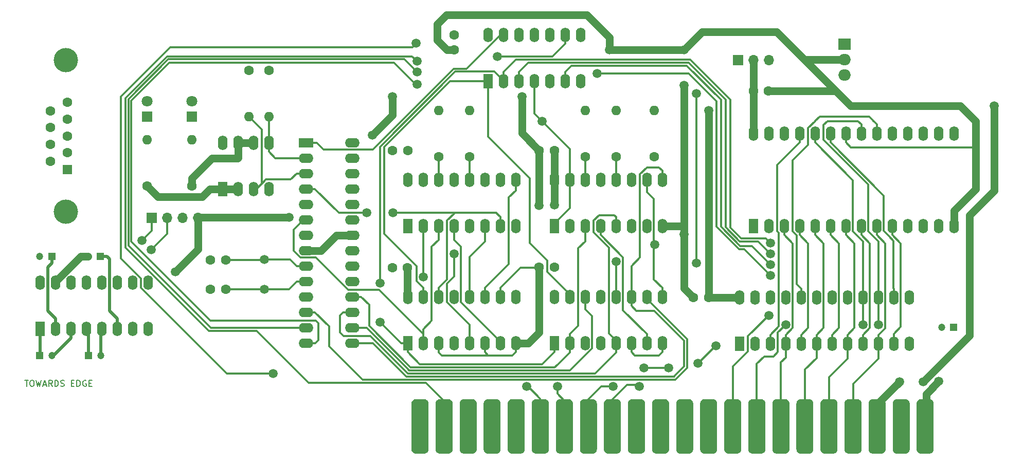
<source format=gtl>
G04 #@! TF.GenerationSoftware,KiCad,Pcbnew,(5.1.5-0)*
G04 #@! TF.CreationDate,2023-05-16T07:02:42+02:00*
G04 #@! TF.ProjectId,Apple1Serial,4170706c-6531-4536-9572-69616c2e6b69,rev?*
G04 #@! TF.SameCoordinates,Original*
G04 #@! TF.FileFunction,Copper,L1,Top*
G04 #@! TF.FilePolarity,Positive*
%FSLAX46Y46*%
G04 Gerber Fmt 4.6, Leading zero omitted, Abs format (unit mm)*
G04 Created by KiCad (PCBNEW (5.1.5-0)) date 2023-05-16 07:02:42*
%MOMM*%
%LPD*%
G04 APERTURE LIST*
%ADD10C,0.150000*%
%ADD11C,4.000000*%
%ADD12C,1.600000*%
%ADD13R,1.600000X1.600000*%
%ADD14O,1.600000X2.400000*%
%ADD15R,1.600000X2.400000*%
%ADD16C,1.200000*%
%ADD17R,1.200000X1.200000*%
%ADD18O,1.700000X1.700000*%
%ADD19R,1.700000X1.700000*%
%ADD20O,2.400000X1.600000*%
%ADD21R,2.400000X1.600000*%
%ADD22O,1.600000X1.600000*%
%ADD23C,0.100000*%
%ADD24O,2.000000X1.905000*%
%ADD25R,2.000000X1.905000*%
%ADD26C,1.800000*%
%ADD27R,1.800000X1.800000*%
%ADD28C,1.500000*%
%ADD29C,0.300000*%
%ADD30C,1.300000*%
%ADD31C,0.250000*%
%ADD32C,0.500000*%
G04 APERTURE END LIST*
D10*
X51784311Y-110518960D02*
X52355740Y-110518960D01*
X52070025Y-111518960D02*
X52070025Y-110518960D01*
X52879549Y-110518960D02*
X53070025Y-110518960D01*
X53165263Y-110566580D01*
X53260501Y-110661818D01*
X53308120Y-110852294D01*
X53308120Y-111185627D01*
X53260501Y-111376103D01*
X53165263Y-111471341D01*
X53070025Y-111518960D01*
X52879549Y-111518960D01*
X52784311Y-111471341D01*
X52689073Y-111376103D01*
X52641454Y-111185627D01*
X52641454Y-110852294D01*
X52689073Y-110661818D01*
X52784311Y-110566580D01*
X52879549Y-110518960D01*
X53641454Y-110518960D02*
X53879549Y-111518960D01*
X54070025Y-110804675D01*
X54260501Y-111518960D01*
X54498597Y-110518960D01*
X54831930Y-111233246D02*
X55308120Y-111233246D01*
X54736692Y-111518960D02*
X55070025Y-110518960D01*
X55403359Y-111518960D01*
X56308120Y-111518960D02*
X55974787Y-111042770D01*
X55736692Y-111518960D02*
X55736692Y-110518960D01*
X56117644Y-110518960D01*
X56212882Y-110566580D01*
X56260501Y-110614199D01*
X56308120Y-110709437D01*
X56308120Y-110852294D01*
X56260501Y-110947532D01*
X56212882Y-110995151D01*
X56117644Y-111042770D01*
X55736692Y-111042770D01*
X56736692Y-111518960D02*
X56736692Y-110518960D01*
X56974787Y-110518960D01*
X57117644Y-110566580D01*
X57212882Y-110661818D01*
X57260501Y-110757056D01*
X57308120Y-110947532D01*
X57308120Y-111090389D01*
X57260501Y-111280865D01*
X57212882Y-111376103D01*
X57117644Y-111471341D01*
X56974787Y-111518960D01*
X56736692Y-111518960D01*
X57689073Y-111471341D02*
X57831930Y-111518960D01*
X58070025Y-111518960D01*
X58165263Y-111471341D01*
X58212882Y-111423722D01*
X58260501Y-111328484D01*
X58260501Y-111233246D01*
X58212882Y-111138008D01*
X58165263Y-111090389D01*
X58070025Y-111042770D01*
X57879549Y-110995151D01*
X57784311Y-110947532D01*
X57736692Y-110899913D01*
X57689073Y-110804675D01*
X57689073Y-110709437D01*
X57736692Y-110614199D01*
X57784311Y-110566580D01*
X57879549Y-110518960D01*
X58117644Y-110518960D01*
X58260501Y-110566580D01*
X59450978Y-110995151D02*
X59784311Y-110995151D01*
X59927168Y-111518960D02*
X59450978Y-111518960D01*
X59450978Y-110518960D01*
X59927168Y-110518960D01*
X60355740Y-111518960D02*
X60355740Y-110518960D01*
X60593835Y-110518960D01*
X60736692Y-110566580D01*
X60831930Y-110661818D01*
X60879549Y-110757056D01*
X60927168Y-110947532D01*
X60927168Y-111090389D01*
X60879549Y-111280865D01*
X60831930Y-111376103D01*
X60736692Y-111471341D01*
X60593835Y-111518960D01*
X60355740Y-111518960D01*
X61879549Y-110566580D02*
X61784311Y-110518960D01*
X61641454Y-110518960D01*
X61498597Y-110566580D01*
X61403359Y-110661818D01*
X61355740Y-110757056D01*
X61308120Y-110947532D01*
X61308120Y-111090389D01*
X61355740Y-111280865D01*
X61403359Y-111376103D01*
X61498597Y-111471341D01*
X61641454Y-111518960D01*
X61736692Y-111518960D01*
X61879549Y-111471341D01*
X61927168Y-111423722D01*
X61927168Y-111090389D01*
X61736692Y-111090389D01*
X62355740Y-110995151D02*
X62689073Y-110995151D01*
X62831930Y-111518960D02*
X62355740Y-111518960D01*
X62355740Y-110518960D01*
X62831930Y-110518960D01*
D11*
X58516240Y-82763760D03*
X58516240Y-57763760D03*
D12*
X55976240Y-66108760D03*
X55976240Y-68878760D03*
X55976240Y-71648760D03*
X55976240Y-74418760D03*
X58816240Y-64723760D03*
X58816240Y-67493760D03*
X58816240Y-70263760D03*
X58816240Y-73033760D03*
D13*
X58816240Y-75803760D03*
D14*
X54297580Y-94421960D03*
X72077580Y-102041960D03*
X56837580Y-94421960D03*
X69537580Y-102041960D03*
X59377580Y-94421960D03*
X66997580Y-102041960D03*
X61917580Y-94421960D03*
X64457580Y-102041960D03*
X64457580Y-94421960D03*
X61917580Y-102041960D03*
X66997580Y-94421960D03*
X59377580Y-102041960D03*
X69537580Y-94421960D03*
X56837580Y-102041960D03*
X72077580Y-94421960D03*
D15*
X54297580Y-102041960D03*
D16*
X62188340Y-90081100D03*
D17*
X64188340Y-90081100D03*
D16*
X54222900Y-90109040D03*
D17*
X56222900Y-90109040D03*
D16*
X64278260Y-106426000D03*
D17*
X62278260Y-106426000D03*
D16*
X56246780Y-106428540D03*
D17*
X54246780Y-106428540D03*
D18*
X80335120Y-83736180D03*
X77795120Y-83736180D03*
X75255120Y-83736180D03*
D19*
X72715120Y-83736180D03*
D14*
X128016000Y-53594000D03*
X143256000Y-61214000D03*
X130556000Y-53594000D03*
X140716000Y-61214000D03*
X133096000Y-53594000D03*
X138176000Y-61214000D03*
X135636000Y-53594000D03*
X135636000Y-61214000D03*
X138176000Y-53594000D03*
X133096000Y-61214000D03*
X140716000Y-53594000D03*
X130556000Y-61214000D03*
X143256000Y-53594000D03*
D15*
X128016000Y-61214000D03*
D14*
X84328000Y-71374000D03*
X91948000Y-78994000D03*
X86868000Y-71374000D03*
X89408000Y-78994000D03*
X89408000Y-71374000D03*
X86868000Y-78994000D03*
X91948000Y-71374000D03*
D15*
X84328000Y-78994000D03*
D14*
X169418000Y-96901000D03*
X197358000Y-104521000D03*
X171958000Y-96901000D03*
X194818000Y-104521000D03*
X174498000Y-96901000D03*
X192278000Y-104521000D03*
X177038000Y-96901000D03*
X189738000Y-104521000D03*
X179578000Y-96901000D03*
X187198000Y-104521000D03*
X182118000Y-96901000D03*
X184658000Y-104521000D03*
X184658000Y-96901000D03*
X182118000Y-104521000D03*
X187198000Y-96901000D03*
X179578000Y-104521000D03*
X189738000Y-96901000D03*
X177038000Y-104521000D03*
X192278000Y-96901000D03*
X174498000Y-104521000D03*
X194818000Y-96901000D03*
X171958000Y-104521000D03*
X197358000Y-96901000D03*
D15*
X169418000Y-104521000D03*
D20*
X105664000Y-71374000D03*
X98044000Y-104394000D03*
X105664000Y-73914000D03*
X98044000Y-101854000D03*
X105664000Y-76454000D03*
X98044000Y-99314000D03*
X105664000Y-78994000D03*
X98044000Y-96774000D03*
X105664000Y-81534000D03*
X98044000Y-94234000D03*
X105664000Y-84074000D03*
X98044000Y-91694000D03*
X105664000Y-86614000D03*
X98044000Y-89154000D03*
X105664000Y-89154000D03*
X98044000Y-86614000D03*
X105664000Y-91694000D03*
X98044000Y-84074000D03*
X105664000Y-94234000D03*
X98044000Y-81534000D03*
X105664000Y-96774000D03*
X98044000Y-78994000D03*
X105664000Y-99314000D03*
X98044000Y-76454000D03*
X105664000Y-101854000D03*
X98044000Y-73914000D03*
X105664000Y-104394000D03*
D21*
X98044000Y-71374000D03*
D14*
X171704000Y-69850000D03*
X204724000Y-85090000D03*
X174244000Y-69850000D03*
X202184000Y-85090000D03*
X176784000Y-69850000D03*
X199644000Y-85090000D03*
X179324000Y-69850000D03*
X197104000Y-85090000D03*
X181864000Y-69850000D03*
X194564000Y-85090000D03*
X184404000Y-69850000D03*
X192024000Y-85090000D03*
X186944000Y-69850000D03*
X189484000Y-85090000D03*
X189484000Y-69850000D03*
X186944000Y-85090000D03*
X192024000Y-69850000D03*
X184404000Y-85090000D03*
X194564000Y-69850000D03*
X181864000Y-85090000D03*
X197104000Y-69850000D03*
X179324000Y-85090000D03*
X199644000Y-69850000D03*
X176784000Y-85090000D03*
X202184000Y-69850000D03*
X174244000Y-85090000D03*
X204724000Y-69850000D03*
D15*
X171704000Y-85090000D03*
D14*
X114808000Y-77470000D03*
X132588000Y-85090000D03*
X117348000Y-77470000D03*
X130048000Y-85090000D03*
X119888000Y-77470000D03*
X127508000Y-85090000D03*
X122428000Y-77470000D03*
X124968000Y-85090000D03*
X124968000Y-77470000D03*
X122428000Y-85090000D03*
X127508000Y-77470000D03*
X119888000Y-85090000D03*
X130048000Y-77470000D03*
X117348000Y-85090000D03*
X132588000Y-77470000D03*
D15*
X114808000Y-85090000D03*
D14*
X138938000Y-77470000D03*
X156718000Y-85090000D03*
X141478000Y-77470000D03*
X154178000Y-85090000D03*
X144018000Y-77470000D03*
X151638000Y-85090000D03*
X146558000Y-77470000D03*
X149098000Y-85090000D03*
X149098000Y-77470000D03*
X146558000Y-85090000D03*
X151638000Y-77470000D03*
X144018000Y-85090000D03*
X154178000Y-77470000D03*
X141478000Y-85090000D03*
X156718000Y-77470000D03*
D15*
X138938000Y-85090000D03*
D14*
X114808000Y-96774000D03*
X132588000Y-104394000D03*
X117348000Y-96774000D03*
X130048000Y-104394000D03*
X119888000Y-96774000D03*
X127508000Y-104394000D03*
X122428000Y-96774000D03*
X124968000Y-104394000D03*
X124968000Y-96774000D03*
X122428000Y-104394000D03*
X127508000Y-96774000D03*
X119888000Y-104394000D03*
X130048000Y-96774000D03*
X117348000Y-104394000D03*
X132588000Y-96774000D03*
D15*
X114808000Y-104394000D03*
D14*
X138938000Y-96774000D03*
X156718000Y-104394000D03*
X141478000Y-96774000D03*
X154178000Y-104394000D03*
X144018000Y-96774000D03*
X151638000Y-104394000D03*
X146558000Y-96774000D03*
X149098000Y-104394000D03*
X149098000Y-96774000D03*
X146558000Y-104394000D03*
X151638000Y-96774000D03*
X144018000Y-104394000D03*
X154178000Y-96774000D03*
X141478000Y-104394000D03*
X156718000Y-96774000D03*
D15*
X138938000Y-104394000D03*
D12*
X136430380Y-91914980D03*
X138930380Y-91914980D03*
D22*
X155397200Y-66029840D03*
D12*
X155397200Y-73649840D03*
D16*
X202703680Y-101803200D03*
D17*
X204703680Y-101803200D03*
D12*
X174209080Y-62870080D03*
X171709080Y-62870080D03*
G04 #@! TA.AperFunction,ConnectorPad*
D23*
G36*
X200766965Y-113617563D02*
G01*
X200834771Y-113627621D01*
X200901264Y-113644277D01*
X200965804Y-113667370D01*
X201027771Y-113696678D01*
X201086566Y-113731918D01*
X201141624Y-113772752D01*
X201192414Y-113818786D01*
X201238448Y-113869576D01*
X201279282Y-113924634D01*
X201314522Y-113983429D01*
X201343830Y-114045396D01*
X201366923Y-114109936D01*
X201383579Y-114176429D01*
X201393637Y-114244235D01*
X201397000Y-114312700D01*
X201397000Y-121907300D01*
X201393637Y-121975765D01*
X201383579Y-122043571D01*
X201366923Y-122110064D01*
X201343830Y-122174604D01*
X201314522Y-122236571D01*
X201279282Y-122295366D01*
X201238448Y-122350424D01*
X201192414Y-122401214D01*
X201141624Y-122447248D01*
X201086566Y-122488082D01*
X201027771Y-122523322D01*
X200965804Y-122552630D01*
X200901264Y-122575723D01*
X200834771Y-122592379D01*
X200766965Y-122602437D01*
X200698500Y-122605800D01*
X199301500Y-122605800D01*
X199233035Y-122602437D01*
X199165229Y-122592379D01*
X199098736Y-122575723D01*
X199034196Y-122552630D01*
X198972229Y-122523322D01*
X198913434Y-122488082D01*
X198858376Y-122447248D01*
X198807586Y-122401214D01*
X198761552Y-122350424D01*
X198720718Y-122295366D01*
X198685478Y-122236571D01*
X198656170Y-122174604D01*
X198633077Y-122110064D01*
X198616421Y-122043571D01*
X198606363Y-121975765D01*
X198603000Y-121907300D01*
X198603000Y-114312700D01*
X198606363Y-114244235D01*
X198616421Y-114176429D01*
X198633077Y-114109936D01*
X198656170Y-114045396D01*
X198685478Y-113983429D01*
X198720718Y-113924634D01*
X198761552Y-113869576D01*
X198807586Y-113818786D01*
X198858376Y-113772752D01*
X198913434Y-113731918D01*
X198972229Y-113696678D01*
X199034196Y-113667370D01*
X199098736Y-113644277D01*
X199165229Y-113627621D01*
X199233035Y-113617563D01*
X199301500Y-113614200D01*
X200698500Y-113614200D01*
X200766965Y-113617563D01*
G37*
G04 #@! TD.AperFunction*
G04 #@! TA.AperFunction,ConnectorPad*
G36*
X196806965Y-113617563D02*
G01*
X196874771Y-113627621D01*
X196941264Y-113644277D01*
X197005804Y-113667370D01*
X197067771Y-113696678D01*
X197126566Y-113731918D01*
X197181624Y-113772752D01*
X197232414Y-113818786D01*
X197278448Y-113869576D01*
X197319282Y-113924634D01*
X197354522Y-113983429D01*
X197383830Y-114045396D01*
X197406923Y-114109936D01*
X197423579Y-114176429D01*
X197433637Y-114244235D01*
X197437000Y-114312700D01*
X197437000Y-121907300D01*
X197433637Y-121975765D01*
X197423579Y-122043571D01*
X197406923Y-122110064D01*
X197383830Y-122174604D01*
X197354522Y-122236571D01*
X197319282Y-122295366D01*
X197278448Y-122350424D01*
X197232414Y-122401214D01*
X197181624Y-122447248D01*
X197126566Y-122488082D01*
X197067771Y-122523322D01*
X197005804Y-122552630D01*
X196941264Y-122575723D01*
X196874771Y-122592379D01*
X196806965Y-122602437D01*
X196738500Y-122605800D01*
X195341500Y-122605800D01*
X195273035Y-122602437D01*
X195205229Y-122592379D01*
X195138736Y-122575723D01*
X195074196Y-122552630D01*
X195012229Y-122523322D01*
X194953434Y-122488082D01*
X194898376Y-122447248D01*
X194847586Y-122401214D01*
X194801552Y-122350424D01*
X194760718Y-122295366D01*
X194725478Y-122236571D01*
X194696170Y-122174604D01*
X194673077Y-122110064D01*
X194656421Y-122043571D01*
X194646363Y-121975765D01*
X194643000Y-121907300D01*
X194643000Y-114312700D01*
X194646363Y-114244235D01*
X194656421Y-114176429D01*
X194673077Y-114109936D01*
X194696170Y-114045396D01*
X194725478Y-113983429D01*
X194760718Y-113924634D01*
X194801552Y-113869576D01*
X194847586Y-113818786D01*
X194898376Y-113772752D01*
X194953434Y-113731918D01*
X195012229Y-113696678D01*
X195074196Y-113667370D01*
X195138736Y-113644277D01*
X195205229Y-113627621D01*
X195273035Y-113617563D01*
X195341500Y-113614200D01*
X196738500Y-113614200D01*
X196806965Y-113617563D01*
G37*
G04 #@! TD.AperFunction*
G04 #@! TA.AperFunction,ConnectorPad*
G36*
X192846965Y-113617563D02*
G01*
X192914771Y-113627621D01*
X192981264Y-113644277D01*
X193045804Y-113667370D01*
X193107771Y-113696678D01*
X193166566Y-113731918D01*
X193221624Y-113772752D01*
X193272414Y-113818786D01*
X193318448Y-113869576D01*
X193359282Y-113924634D01*
X193394522Y-113983429D01*
X193423830Y-114045396D01*
X193446923Y-114109936D01*
X193463579Y-114176429D01*
X193473637Y-114244235D01*
X193477000Y-114312700D01*
X193477000Y-121907300D01*
X193473637Y-121975765D01*
X193463579Y-122043571D01*
X193446923Y-122110064D01*
X193423830Y-122174604D01*
X193394522Y-122236571D01*
X193359282Y-122295366D01*
X193318448Y-122350424D01*
X193272414Y-122401214D01*
X193221624Y-122447248D01*
X193166566Y-122488082D01*
X193107771Y-122523322D01*
X193045804Y-122552630D01*
X192981264Y-122575723D01*
X192914771Y-122592379D01*
X192846965Y-122602437D01*
X192778500Y-122605800D01*
X191381500Y-122605800D01*
X191313035Y-122602437D01*
X191245229Y-122592379D01*
X191178736Y-122575723D01*
X191114196Y-122552630D01*
X191052229Y-122523322D01*
X190993434Y-122488082D01*
X190938376Y-122447248D01*
X190887586Y-122401214D01*
X190841552Y-122350424D01*
X190800718Y-122295366D01*
X190765478Y-122236571D01*
X190736170Y-122174604D01*
X190713077Y-122110064D01*
X190696421Y-122043571D01*
X190686363Y-121975765D01*
X190683000Y-121907300D01*
X190683000Y-114312700D01*
X190686363Y-114244235D01*
X190696421Y-114176429D01*
X190713077Y-114109936D01*
X190736170Y-114045396D01*
X190765478Y-113983429D01*
X190800718Y-113924634D01*
X190841552Y-113869576D01*
X190887586Y-113818786D01*
X190938376Y-113772752D01*
X190993434Y-113731918D01*
X191052229Y-113696678D01*
X191114196Y-113667370D01*
X191178736Y-113644277D01*
X191245229Y-113627621D01*
X191313035Y-113617563D01*
X191381500Y-113614200D01*
X192778500Y-113614200D01*
X192846965Y-113617563D01*
G37*
G04 #@! TD.AperFunction*
G04 #@! TA.AperFunction,ConnectorPad*
G36*
X188886965Y-113617563D02*
G01*
X188954771Y-113627621D01*
X189021264Y-113644277D01*
X189085804Y-113667370D01*
X189147771Y-113696678D01*
X189206566Y-113731918D01*
X189261624Y-113772752D01*
X189312414Y-113818786D01*
X189358448Y-113869576D01*
X189399282Y-113924634D01*
X189434522Y-113983429D01*
X189463830Y-114045396D01*
X189486923Y-114109936D01*
X189503579Y-114176429D01*
X189513637Y-114244235D01*
X189517000Y-114312700D01*
X189517000Y-121907300D01*
X189513637Y-121975765D01*
X189503579Y-122043571D01*
X189486923Y-122110064D01*
X189463830Y-122174604D01*
X189434522Y-122236571D01*
X189399282Y-122295366D01*
X189358448Y-122350424D01*
X189312414Y-122401214D01*
X189261624Y-122447248D01*
X189206566Y-122488082D01*
X189147771Y-122523322D01*
X189085804Y-122552630D01*
X189021264Y-122575723D01*
X188954771Y-122592379D01*
X188886965Y-122602437D01*
X188818500Y-122605800D01*
X187421500Y-122605800D01*
X187353035Y-122602437D01*
X187285229Y-122592379D01*
X187218736Y-122575723D01*
X187154196Y-122552630D01*
X187092229Y-122523322D01*
X187033434Y-122488082D01*
X186978376Y-122447248D01*
X186927586Y-122401214D01*
X186881552Y-122350424D01*
X186840718Y-122295366D01*
X186805478Y-122236571D01*
X186776170Y-122174604D01*
X186753077Y-122110064D01*
X186736421Y-122043571D01*
X186726363Y-121975765D01*
X186723000Y-121907300D01*
X186723000Y-114312700D01*
X186726363Y-114244235D01*
X186736421Y-114176429D01*
X186753077Y-114109936D01*
X186776170Y-114045396D01*
X186805478Y-113983429D01*
X186840718Y-113924634D01*
X186881552Y-113869576D01*
X186927586Y-113818786D01*
X186978376Y-113772752D01*
X187033434Y-113731918D01*
X187092229Y-113696678D01*
X187154196Y-113667370D01*
X187218736Y-113644277D01*
X187285229Y-113627621D01*
X187353035Y-113617563D01*
X187421500Y-113614200D01*
X188818500Y-113614200D01*
X188886965Y-113617563D01*
G37*
G04 #@! TD.AperFunction*
G04 #@! TA.AperFunction,ConnectorPad*
G36*
X184926965Y-113617563D02*
G01*
X184994771Y-113627621D01*
X185061264Y-113644277D01*
X185125804Y-113667370D01*
X185187771Y-113696678D01*
X185246566Y-113731918D01*
X185301624Y-113772752D01*
X185352414Y-113818786D01*
X185398448Y-113869576D01*
X185439282Y-113924634D01*
X185474522Y-113983429D01*
X185503830Y-114045396D01*
X185526923Y-114109936D01*
X185543579Y-114176429D01*
X185553637Y-114244235D01*
X185557000Y-114312700D01*
X185557000Y-121907300D01*
X185553637Y-121975765D01*
X185543579Y-122043571D01*
X185526923Y-122110064D01*
X185503830Y-122174604D01*
X185474522Y-122236571D01*
X185439282Y-122295366D01*
X185398448Y-122350424D01*
X185352414Y-122401214D01*
X185301624Y-122447248D01*
X185246566Y-122488082D01*
X185187771Y-122523322D01*
X185125804Y-122552630D01*
X185061264Y-122575723D01*
X184994771Y-122592379D01*
X184926965Y-122602437D01*
X184858500Y-122605800D01*
X183461500Y-122605800D01*
X183393035Y-122602437D01*
X183325229Y-122592379D01*
X183258736Y-122575723D01*
X183194196Y-122552630D01*
X183132229Y-122523322D01*
X183073434Y-122488082D01*
X183018376Y-122447248D01*
X182967586Y-122401214D01*
X182921552Y-122350424D01*
X182880718Y-122295366D01*
X182845478Y-122236571D01*
X182816170Y-122174604D01*
X182793077Y-122110064D01*
X182776421Y-122043571D01*
X182766363Y-121975765D01*
X182763000Y-121907300D01*
X182763000Y-114312700D01*
X182766363Y-114244235D01*
X182776421Y-114176429D01*
X182793077Y-114109936D01*
X182816170Y-114045396D01*
X182845478Y-113983429D01*
X182880718Y-113924634D01*
X182921552Y-113869576D01*
X182967586Y-113818786D01*
X183018376Y-113772752D01*
X183073434Y-113731918D01*
X183132229Y-113696678D01*
X183194196Y-113667370D01*
X183258736Y-113644277D01*
X183325229Y-113627621D01*
X183393035Y-113617563D01*
X183461500Y-113614200D01*
X184858500Y-113614200D01*
X184926965Y-113617563D01*
G37*
G04 #@! TD.AperFunction*
G04 #@! TA.AperFunction,ConnectorPad*
G36*
X180966965Y-113617563D02*
G01*
X181034771Y-113627621D01*
X181101264Y-113644277D01*
X181165804Y-113667370D01*
X181227771Y-113696678D01*
X181286566Y-113731918D01*
X181341624Y-113772752D01*
X181392414Y-113818786D01*
X181438448Y-113869576D01*
X181479282Y-113924634D01*
X181514522Y-113983429D01*
X181543830Y-114045396D01*
X181566923Y-114109936D01*
X181583579Y-114176429D01*
X181593637Y-114244235D01*
X181597000Y-114312700D01*
X181597000Y-121907300D01*
X181593637Y-121975765D01*
X181583579Y-122043571D01*
X181566923Y-122110064D01*
X181543830Y-122174604D01*
X181514522Y-122236571D01*
X181479282Y-122295366D01*
X181438448Y-122350424D01*
X181392414Y-122401214D01*
X181341624Y-122447248D01*
X181286566Y-122488082D01*
X181227771Y-122523322D01*
X181165804Y-122552630D01*
X181101264Y-122575723D01*
X181034771Y-122592379D01*
X180966965Y-122602437D01*
X180898500Y-122605800D01*
X179501500Y-122605800D01*
X179433035Y-122602437D01*
X179365229Y-122592379D01*
X179298736Y-122575723D01*
X179234196Y-122552630D01*
X179172229Y-122523322D01*
X179113434Y-122488082D01*
X179058376Y-122447248D01*
X179007586Y-122401214D01*
X178961552Y-122350424D01*
X178920718Y-122295366D01*
X178885478Y-122236571D01*
X178856170Y-122174604D01*
X178833077Y-122110064D01*
X178816421Y-122043571D01*
X178806363Y-121975765D01*
X178803000Y-121907300D01*
X178803000Y-114312700D01*
X178806363Y-114244235D01*
X178816421Y-114176429D01*
X178833077Y-114109936D01*
X178856170Y-114045396D01*
X178885478Y-113983429D01*
X178920718Y-113924634D01*
X178961552Y-113869576D01*
X179007586Y-113818786D01*
X179058376Y-113772752D01*
X179113434Y-113731918D01*
X179172229Y-113696678D01*
X179234196Y-113667370D01*
X179298736Y-113644277D01*
X179365229Y-113627621D01*
X179433035Y-113617563D01*
X179501500Y-113614200D01*
X180898500Y-113614200D01*
X180966965Y-113617563D01*
G37*
G04 #@! TD.AperFunction*
G04 #@! TA.AperFunction,ConnectorPad*
G36*
X177006965Y-113617563D02*
G01*
X177074771Y-113627621D01*
X177141264Y-113644277D01*
X177205804Y-113667370D01*
X177267771Y-113696678D01*
X177326566Y-113731918D01*
X177381624Y-113772752D01*
X177432414Y-113818786D01*
X177478448Y-113869576D01*
X177519282Y-113924634D01*
X177554522Y-113983429D01*
X177583830Y-114045396D01*
X177606923Y-114109936D01*
X177623579Y-114176429D01*
X177633637Y-114244235D01*
X177637000Y-114312700D01*
X177637000Y-121907300D01*
X177633637Y-121975765D01*
X177623579Y-122043571D01*
X177606923Y-122110064D01*
X177583830Y-122174604D01*
X177554522Y-122236571D01*
X177519282Y-122295366D01*
X177478448Y-122350424D01*
X177432414Y-122401214D01*
X177381624Y-122447248D01*
X177326566Y-122488082D01*
X177267771Y-122523322D01*
X177205804Y-122552630D01*
X177141264Y-122575723D01*
X177074771Y-122592379D01*
X177006965Y-122602437D01*
X176938500Y-122605800D01*
X175541500Y-122605800D01*
X175473035Y-122602437D01*
X175405229Y-122592379D01*
X175338736Y-122575723D01*
X175274196Y-122552630D01*
X175212229Y-122523322D01*
X175153434Y-122488082D01*
X175098376Y-122447248D01*
X175047586Y-122401214D01*
X175001552Y-122350424D01*
X174960718Y-122295366D01*
X174925478Y-122236571D01*
X174896170Y-122174604D01*
X174873077Y-122110064D01*
X174856421Y-122043571D01*
X174846363Y-121975765D01*
X174843000Y-121907300D01*
X174843000Y-114312700D01*
X174846363Y-114244235D01*
X174856421Y-114176429D01*
X174873077Y-114109936D01*
X174896170Y-114045396D01*
X174925478Y-113983429D01*
X174960718Y-113924634D01*
X175001552Y-113869576D01*
X175047586Y-113818786D01*
X175098376Y-113772752D01*
X175153434Y-113731918D01*
X175212229Y-113696678D01*
X175274196Y-113667370D01*
X175338736Y-113644277D01*
X175405229Y-113627621D01*
X175473035Y-113617563D01*
X175541500Y-113614200D01*
X176938500Y-113614200D01*
X177006965Y-113617563D01*
G37*
G04 #@! TD.AperFunction*
G04 #@! TA.AperFunction,ConnectorPad*
G36*
X173046965Y-113617563D02*
G01*
X173114771Y-113627621D01*
X173181264Y-113644277D01*
X173245804Y-113667370D01*
X173307771Y-113696678D01*
X173366566Y-113731918D01*
X173421624Y-113772752D01*
X173472414Y-113818786D01*
X173518448Y-113869576D01*
X173559282Y-113924634D01*
X173594522Y-113983429D01*
X173623830Y-114045396D01*
X173646923Y-114109936D01*
X173663579Y-114176429D01*
X173673637Y-114244235D01*
X173677000Y-114312700D01*
X173677000Y-121907300D01*
X173673637Y-121975765D01*
X173663579Y-122043571D01*
X173646923Y-122110064D01*
X173623830Y-122174604D01*
X173594522Y-122236571D01*
X173559282Y-122295366D01*
X173518448Y-122350424D01*
X173472414Y-122401214D01*
X173421624Y-122447248D01*
X173366566Y-122488082D01*
X173307771Y-122523322D01*
X173245804Y-122552630D01*
X173181264Y-122575723D01*
X173114771Y-122592379D01*
X173046965Y-122602437D01*
X172978500Y-122605800D01*
X171581500Y-122605800D01*
X171513035Y-122602437D01*
X171445229Y-122592379D01*
X171378736Y-122575723D01*
X171314196Y-122552630D01*
X171252229Y-122523322D01*
X171193434Y-122488082D01*
X171138376Y-122447248D01*
X171087586Y-122401214D01*
X171041552Y-122350424D01*
X171000718Y-122295366D01*
X170965478Y-122236571D01*
X170936170Y-122174604D01*
X170913077Y-122110064D01*
X170896421Y-122043571D01*
X170886363Y-121975765D01*
X170883000Y-121907300D01*
X170883000Y-114312700D01*
X170886363Y-114244235D01*
X170896421Y-114176429D01*
X170913077Y-114109936D01*
X170936170Y-114045396D01*
X170965478Y-113983429D01*
X171000718Y-113924634D01*
X171041552Y-113869576D01*
X171087586Y-113818786D01*
X171138376Y-113772752D01*
X171193434Y-113731918D01*
X171252229Y-113696678D01*
X171314196Y-113667370D01*
X171378736Y-113644277D01*
X171445229Y-113627621D01*
X171513035Y-113617563D01*
X171581500Y-113614200D01*
X172978500Y-113614200D01*
X173046965Y-113617563D01*
G37*
G04 #@! TD.AperFunction*
G04 #@! TA.AperFunction,ConnectorPad*
G36*
X169086965Y-113617563D02*
G01*
X169154771Y-113627621D01*
X169221264Y-113644277D01*
X169285804Y-113667370D01*
X169347771Y-113696678D01*
X169406566Y-113731918D01*
X169461624Y-113772752D01*
X169512414Y-113818786D01*
X169558448Y-113869576D01*
X169599282Y-113924634D01*
X169634522Y-113983429D01*
X169663830Y-114045396D01*
X169686923Y-114109936D01*
X169703579Y-114176429D01*
X169713637Y-114244235D01*
X169717000Y-114312700D01*
X169717000Y-121907300D01*
X169713637Y-121975765D01*
X169703579Y-122043571D01*
X169686923Y-122110064D01*
X169663830Y-122174604D01*
X169634522Y-122236571D01*
X169599282Y-122295366D01*
X169558448Y-122350424D01*
X169512414Y-122401214D01*
X169461624Y-122447248D01*
X169406566Y-122488082D01*
X169347771Y-122523322D01*
X169285804Y-122552630D01*
X169221264Y-122575723D01*
X169154771Y-122592379D01*
X169086965Y-122602437D01*
X169018500Y-122605800D01*
X167621500Y-122605800D01*
X167553035Y-122602437D01*
X167485229Y-122592379D01*
X167418736Y-122575723D01*
X167354196Y-122552630D01*
X167292229Y-122523322D01*
X167233434Y-122488082D01*
X167178376Y-122447248D01*
X167127586Y-122401214D01*
X167081552Y-122350424D01*
X167040718Y-122295366D01*
X167005478Y-122236571D01*
X166976170Y-122174604D01*
X166953077Y-122110064D01*
X166936421Y-122043571D01*
X166926363Y-121975765D01*
X166923000Y-121907300D01*
X166923000Y-114312700D01*
X166926363Y-114244235D01*
X166936421Y-114176429D01*
X166953077Y-114109936D01*
X166976170Y-114045396D01*
X167005478Y-113983429D01*
X167040718Y-113924634D01*
X167081552Y-113869576D01*
X167127586Y-113818786D01*
X167178376Y-113772752D01*
X167233434Y-113731918D01*
X167292229Y-113696678D01*
X167354196Y-113667370D01*
X167418736Y-113644277D01*
X167485229Y-113627621D01*
X167553035Y-113617563D01*
X167621500Y-113614200D01*
X169018500Y-113614200D01*
X169086965Y-113617563D01*
G37*
G04 #@! TD.AperFunction*
G04 #@! TA.AperFunction,ConnectorPad*
G36*
X165126965Y-113617563D02*
G01*
X165194771Y-113627621D01*
X165261264Y-113644277D01*
X165325804Y-113667370D01*
X165387771Y-113696678D01*
X165446566Y-113731918D01*
X165501624Y-113772752D01*
X165552414Y-113818786D01*
X165598448Y-113869576D01*
X165639282Y-113924634D01*
X165674522Y-113983429D01*
X165703830Y-114045396D01*
X165726923Y-114109936D01*
X165743579Y-114176429D01*
X165753637Y-114244235D01*
X165757000Y-114312700D01*
X165757000Y-121907300D01*
X165753637Y-121975765D01*
X165743579Y-122043571D01*
X165726923Y-122110064D01*
X165703830Y-122174604D01*
X165674522Y-122236571D01*
X165639282Y-122295366D01*
X165598448Y-122350424D01*
X165552414Y-122401214D01*
X165501624Y-122447248D01*
X165446566Y-122488082D01*
X165387771Y-122523322D01*
X165325804Y-122552630D01*
X165261264Y-122575723D01*
X165194771Y-122592379D01*
X165126965Y-122602437D01*
X165058500Y-122605800D01*
X163661500Y-122605800D01*
X163593035Y-122602437D01*
X163525229Y-122592379D01*
X163458736Y-122575723D01*
X163394196Y-122552630D01*
X163332229Y-122523322D01*
X163273434Y-122488082D01*
X163218376Y-122447248D01*
X163167586Y-122401214D01*
X163121552Y-122350424D01*
X163080718Y-122295366D01*
X163045478Y-122236571D01*
X163016170Y-122174604D01*
X162993077Y-122110064D01*
X162976421Y-122043571D01*
X162966363Y-121975765D01*
X162963000Y-121907300D01*
X162963000Y-114312700D01*
X162966363Y-114244235D01*
X162976421Y-114176429D01*
X162993077Y-114109936D01*
X163016170Y-114045396D01*
X163045478Y-113983429D01*
X163080718Y-113924634D01*
X163121552Y-113869576D01*
X163167586Y-113818786D01*
X163218376Y-113772752D01*
X163273434Y-113731918D01*
X163332229Y-113696678D01*
X163394196Y-113667370D01*
X163458736Y-113644277D01*
X163525229Y-113627621D01*
X163593035Y-113617563D01*
X163661500Y-113614200D01*
X165058500Y-113614200D01*
X165126965Y-113617563D01*
G37*
G04 #@! TD.AperFunction*
G04 #@! TA.AperFunction,ConnectorPad*
G36*
X161166965Y-113617563D02*
G01*
X161234771Y-113627621D01*
X161301264Y-113644277D01*
X161365804Y-113667370D01*
X161427771Y-113696678D01*
X161486566Y-113731918D01*
X161541624Y-113772752D01*
X161592414Y-113818786D01*
X161638448Y-113869576D01*
X161679282Y-113924634D01*
X161714522Y-113983429D01*
X161743830Y-114045396D01*
X161766923Y-114109936D01*
X161783579Y-114176429D01*
X161793637Y-114244235D01*
X161797000Y-114312700D01*
X161797000Y-121907300D01*
X161793637Y-121975765D01*
X161783579Y-122043571D01*
X161766923Y-122110064D01*
X161743830Y-122174604D01*
X161714522Y-122236571D01*
X161679282Y-122295366D01*
X161638448Y-122350424D01*
X161592414Y-122401214D01*
X161541624Y-122447248D01*
X161486566Y-122488082D01*
X161427771Y-122523322D01*
X161365804Y-122552630D01*
X161301264Y-122575723D01*
X161234771Y-122592379D01*
X161166965Y-122602437D01*
X161098500Y-122605800D01*
X159701500Y-122605800D01*
X159633035Y-122602437D01*
X159565229Y-122592379D01*
X159498736Y-122575723D01*
X159434196Y-122552630D01*
X159372229Y-122523322D01*
X159313434Y-122488082D01*
X159258376Y-122447248D01*
X159207586Y-122401214D01*
X159161552Y-122350424D01*
X159120718Y-122295366D01*
X159085478Y-122236571D01*
X159056170Y-122174604D01*
X159033077Y-122110064D01*
X159016421Y-122043571D01*
X159006363Y-121975765D01*
X159003000Y-121907300D01*
X159003000Y-114312700D01*
X159006363Y-114244235D01*
X159016421Y-114176429D01*
X159033077Y-114109936D01*
X159056170Y-114045396D01*
X159085478Y-113983429D01*
X159120718Y-113924634D01*
X159161552Y-113869576D01*
X159207586Y-113818786D01*
X159258376Y-113772752D01*
X159313434Y-113731918D01*
X159372229Y-113696678D01*
X159434196Y-113667370D01*
X159498736Y-113644277D01*
X159565229Y-113627621D01*
X159633035Y-113617563D01*
X159701500Y-113614200D01*
X161098500Y-113614200D01*
X161166965Y-113617563D01*
G37*
G04 #@! TD.AperFunction*
G04 #@! TA.AperFunction,ConnectorPad*
G36*
X157206965Y-113617563D02*
G01*
X157274771Y-113627621D01*
X157341264Y-113644277D01*
X157405804Y-113667370D01*
X157467771Y-113696678D01*
X157526566Y-113731918D01*
X157581624Y-113772752D01*
X157632414Y-113818786D01*
X157678448Y-113869576D01*
X157719282Y-113924634D01*
X157754522Y-113983429D01*
X157783830Y-114045396D01*
X157806923Y-114109936D01*
X157823579Y-114176429D01*
X157833637Y-114244235D01*
X157837000Y-114312700D01*
X157837000Y-121907300D01*
X157833637Y-121975765D01*
X157823579Y-122043571D01*
X157806923Y-122110064D01*
X157783830Y-122174604D01*
X157754522Y-122236571D01*
X157719282Y-122295366D01*
X157678448Y-122350424D01*
X157632414Y-122401214D01*
X157581624Y-122447248D01*
X157526566Y-122488082D01*
X157467771Y-122523322D01*
X157405804Y-122552630D01*
X157341264Y-122575723D01*
X157274771Y-122592379D01*
X157206965Y-122602437D01*
X157138500Y-122605800D01*
X155741500Y-122605800D01*
X155673035Y-122602437D01*
X155605229Y-122592379D01*
X155538736Y-122575723D01*
X155474196Y-122552630D01*
X155412229Y-122523322D01*
X155353434Y-122488082D01*
X155298376Y-122447248D01*
X155247586Y-122401214D01*
X155201552Y-122350424D01*
X155160718Y-122295366D01*
X155125478Y-122236571D01*
X155096170Y-122174604D01*
X155073077Y-122110064D01*
X155056421Y-122043571D01*
X155046363Y-121975765D01*
X155043000Y-121907300D01*
X155043000Y-114312700D01*
X155046363Y-114244235D01*
X155056421Y-114176429D01*
X155073077Y-114109936D01*
X155096170Y-114045396D01*
X155125478Y-113983429D01*
X155160718Y-113924634D01*
X155201552Y-113869576D01*
X155247586Y-113818786D01*
X155298376Y-113772752D01*
X155353434Y-113731918D01*
X155412229Y-113696678D01*
X155474196Y-113667370D01*
X155538736Y-113644277D01*
X155605229Y-113627621D01*
X155673035Y-113617563D01*
X155741500Y-113614200D01*
X157138500Y-113614200D01*
X157206965Y-113617563D01*
G37*
G04 #@! TD.AperFunction*
G04 #@! TA.AperFunction,ConnectorPad*
G36*
X153246965Y-113617563D02*
G01*
X153314771Y-113627621D01*
X153381264Y-113644277D01*
X153445804Y-113667370D01*
X153507771Y-113696678D01*
X153566566Y-113731918D01*
X153621624Y-113772752D01*
X153672414Y-113818786D01*
X153718448Y-113869576D01*
X153759282Y-113924634D01*
X153794522Y-113983429D01*
X153823830Y-114045396D01*
X153846923Y-114109936D01*
X153863579Y-114176429D01*
X153873637Y-114244235D01*
X153877000Y-114312700D01*
X153877000Y-121907300D01*
X153873637Y-121975765D01*
X153863579Y-122043571D01*
X153846923Y-122110064D01*
X153823830Y-122174604D01*
X153794522Y-122236571D01*
X153759282Y-122295366D01*
X153718448Y-122350424D01*
X153672414Y-122401214D01*
X153621624Y-122447248D01*
X153566566Y-122488082D01*
X153507771Y-122523322D01*
X153445804Y-122552630D01*
X153381264Y-122575723D01*
X153314771Y-122592379D01*
X153246965Y-122602437D01*
X153178500Y-122605800D01*
X151781500Y-122605800D01*
X151713035Y-122602437D01*
X151645229Y-122592379D01*
X151578736Y-122575723D01*
X151514196Y-122552630D01*
X151452229Y-122523322D01*
X151393434Y-122488082D01*
X151338376Y-122447248D01*
X151287586Y-122401214D01*
X151241552Y-122350424D01*
X151200718Y-122295366D01*
X151165478Y-122236571D01*
X151136170Y-122174604D01*
X151113077Y-122110064D01*
X151096421Y-122043571D01*
X151086363Y-121975765D01*
X151083000Y-121907300D01*
X151083000Y-114312700D01*
X151086363Y-114244235D01*
X151096421Y-114176429D01*
X151113077Y-114109936D01*
X151136170Y-114045396D01*
X151165478Y-113983429D01*
X151200718Y-113924634D01*
X151241552Y-113869576D01*
X151287586Y-113818786D01*
X151338376Y-113772752D01*
X151393434Y-113731918D01*
X151452229Y-113696678D01*
X151514196Y-113667370D01*
X151578736Y-113644277D01*
X151645229Y-113627621D01*
X151713035Y-113617563D01*
X151781500Y-113614200D01*
X153178500Y-113614200D01*
X153246965Y-113617563D01*
G37*
G04 #@! TD.AperFunction*
G04 #@! TA.AperFunction,ConnectorPad*
G36*
X149286965Y-113617563D02*
G01*
X149354771Y-113627621D01*
X149421264Y-113644277D01*
X149485804Y-113667370D01*
X149547771Y-113696678D01*
X149606566Y-113731918D01*
X149661624Y-113772752D01*
X149712414Y-113818786D01*
X149758448Y-113869576D01*
X149799282Y-113924634D01*
X149834522Y-113983429D01*
X149863830Y-114045396D01*
X149886923Y-114109936D01*
X149903579Y-114176429D01*
X149913637Y-114244235D01*
X149917000Y-114312700D01*
X149917000Y-121907300D01*
X149913637Y-121975765D01*
X149903579Y-122043571D01*
X149886923Y-122110064D01*
X149863830Y-122174604D01*
X149834522Y-122236571D01*
X149799282Y-122295366D01*
X149758448Y-122350424D01*
X149712414Y-122401214D01*
X149661624Y-122447248D01*
X149606566Y-122488082D01*
X149547771Y-122523322D01*
X149485804Y-122552630D01*
X149421264Y-122575723D01*
X149354771Y-122592379D01*
X149286965Y-122602437D01*
X149218500Y-122605800D01*
X147821500Y-122605800D01*
X147753035Y-122602437D01*
X147685229Y-122592379D01*
X147618736Y-122575723D01*
X147554196Y-122552630D01*
X147492229Y-122523322D01*
X147433434Y-122488082D01*
X147378376Y-122447248D01*
X147327586Y-122401214D01*
X147281552Y-122350424D01*
X147240718Y-122295366D01*
X147205478Y-122236571D01*
X147176170Y-122174604D01*
X147153077Y-122110064D01*
X147136421Y-122043571D01*
X147126363Y-121975765D01*
X147123000Y-121907300D01*
X147123000Y-114312700D01*
X147126363Y-114244235D01*
X147136421Y-114176429D01*
X147153077Y-114109936D01*
X147176170Y-114045396D01*
X147205478Y-113983429D01*
X147240718Y-113924634D01*
X147281552Y-113869576D01*
X147327586Y-113818786D01*
X147378376Y-113772752D01*
X147433434Y-113731918D01*
X147492229Y-113696678D01*
X147554196Y-113667370D01*
X147618736Y-113644277D01*
X147685229Y-113627621D01*
X147753035Y-113617563D01*
X147821500Y-113614200D01*
X149218500Y-113614200D01*
X149286965Y-113617563D01*
G37*
G04 #@! TD.AperFunction*
G04 #@! TA.AperFunction,ConnectorPad*
G36*
X145326965Y-113617563D02*
G01*
X145394771Y-113627621D01*
X145461264Y-113644277D01*
X145525804Y-113667370D01*
X145587771Y-113696678D01*
X145646566Y-113731918D01*
X145701624Y-113772752D01*
X145752414Y-113818786D01*
X145798448Y-113869576D01*
X145839282Y-113924634D01*
X145874522Y-113983429D01*
X145903830Y-114045396D01*
X145926923Y-114109936D01*
X145943579Y-114176429D01*
X145953637Y-114244235D01*
X145957000Y-114312700D01*
X145957000Y-121907300D01*
X145953637Y-121975765D01*
X145943579Y-122043571D01*
X145926923Y-122110064D01*
X145903830Y-122174604D01*
X145874522Y-122236571D01*
X145839282Y-122295366D01*
X145798448Y-122350424D01*
X145752414Y-122401214D01*
X145701624Y-122447248D01*
X145646566Y-122488082D01*
X145587771Y-122523322D01*
X145525804Y-122552630D01*
X145461264Y-122575723D01*
X145394771Y-122592379D01*
X145326965Y-122602437D01*
X145258500Y-122605800D01*
X143861500Y-122605800D01*
X143793035Y-122602437D01*
X143725229Y-122592379D01*
X143658736Y-122575723D01*
X143594196Y-122552630D01*
X143532229Y-122523322D01*
X143473434Y-122488082D01*
X143418376Y-122447248D01*
X143367586Y-122401214D01*
X143321552Y-122350424D01*
X143280718Y-122295366D01*
X143245478Y-122236571D01*
X143216170Y-122174604D01*
X143193077Y-122110064D01*
X143176421Y-122043571D01*
X143166363Y-121975765D01*
X143163000Y-121907300D01*
X143163000Y-114312700D01*
X143166363Y-114244235D01*
X143176421Y-114176429D01*
X143193077Y-114109936D01*
X143216170Y-114045396D01*
X143245478Y-113983429D01*
X143280718Y-113924634D01*
X143321552Y-113869576D01*
X143367586Y-113818786D01*
X143418376Y-113772752D01*
X143473434Y-113731918D01*
X143532229Y-113696678D01*
X143594196Y-113667370D01*
X143658736Y-113644277D01*
X143725229Y-113627621D01*
X143793035Y-113617563D01*
X143861500Y-113614200D01*
X145258500Y-113614200D01*
X145326965Y-113617563D01*
G37*
G04 #@! TD.AperFunction*
G04 #@! TA.AperFunction,ConnectorPad*
G36*
X141366965Y-113617563D02*
G01*
X141434771Y-113627621D01*
X141501264Y-113644277D01*
X141565804Y-113667370D01*
X141627771Y-113696678D01*
X141686566Y-113731918D01*
X141741624Y-113772752D01*
X141792414Y-113818786D01*
X141838448Y-113869576D01*
X141879282Y-113924634D01*
X141914522Y-113983429D01*
X141943830Y-114045396D01*
X141966923Y-114109936D01*
X141983579Y-114176429D01*
X141993637Y-114244235D01*
X141997000Y-114312700D01*
X141997000Y-121907300D01*
X141993637Y-121975765D01*
X141983579Y-122043571D01*
X141966923Y-122110064D01*
X141943830Y-122174604D01*
X141914522Y-122236571D01*
X141879282Y-122295366D01*
X141838448Y-122350424D01*
X141792414Y-122401214D01*
X141741624Y-122447248D01*
X141686566Y-122488082D01*
X141627771Y-122523322D01*
X141565804Y-122552630D01*
X141501264Y-122575723D01*
X141434771Y-122592379D01*
X141366965Y-122602437D01*
X141298500Y-122605800D01*
X139901500Y-122605800D01*
X139833035Y-122602437D01*
X139765229Y-122592379D01*
X139698736Y-122575723D01*
X139634196Y-122552630D01*
X139572229Y-122523322D01*
X139513434Y-122488082D01*
X139458376Y-122447248D01*
X139407586Y-122401214D01*
X139361552Y-122350424D01*
X139320718Y-122295366D01*
X139285478Y-122236571D01*
X139256170Y-122174604D01*
X139233077Y-122110064D01*
X139216421Y-122043571D01*
X139206363Y-121975765D01*
X139203000Y-121907300D01*
X139203000Y-114312700D01*
X139206363Y-114244235D01*
X139216421Y-114176429D01*
X139233077Y-114109936D01*
X139256170Y-114045396D01*
X139285478Y-113983429D01*
X139320718Y-113924634D01*
X139361552Y-113869576D01*
X139407586Y-113818786D01*
X139458376Y-113772752D01*
X139513434Y-113731918D01*
X139572229Y-113696678D01*
X139634196Y-113667370D01*
X139698736Y-113644277D01*
X139765229Y-113627621D01*
X139833035Y-113617563D01*
X139901500Y-113614200D01*
X141298500Y-113614200D01*
X141366965Y-113617563D01*
G37*
G04 #@! TD.AperFunction*
G04 #@! TA.AperFunction,ConnectorPad*
G36*
X137406965Y-113617563D02*
G01*
X137474771Y-113627621D01*
X137541264Y-113644277D01*
X137605804Y-113667370D01*
X137667771Y-113696678D01*
X137726566Y-113731918D01*
X137781624Y-113772752D01*
X137832414Y-113818786D01*
X137878448Y-113869576D01*
X137919282Y-113924634D01*
X137954522Y-113983429D01*
X137983830Y-114045396D01*
X138006923Y-114109936D01*
X138023579Y-114176429D01*
X138033637Y-114244235D01*
X138037000Y-114312700D01*
X138037000Y-121907300D01*
X138033637Y-121975765D01*
X138023579Y-122043571D01*
X138006923Y-122110064D01*
X137983830Y-122174604D01*
X137954522Y-122236571D01*
X137919282Y-122295366D01*
X137878448Y-122350424D01*
X137832414Y-122401214D01*
X137781624Y-122447248D01*
X137726566Y-122488082D01*
X137667771Y-122523322D01*
X137605804Y-122552630D01*
X137541264Y-122575723D01*
X137474771Y-122592379D01*
X137406965Y-122602437D01*
X137338500Y-122605800D01*
X135941500Y-122605800D01*
X135873035Y-122602437D01*
X135805229Y-122592379D01*
X135738736Y-122575723D01*
X135674196Y-122552630D01*
X135612229Y-122523322D01*
X135553434Y-122488082D01*
X135498376Y-122447248D01*
X135447586Y-122401214D01*
X135401552Y-122350424D01*
X135360718Y-122295366D01*
X135325478Y-122236571D01*
X135296170Y-122174604D01*
X135273077Y-122110064D01*
X135256421Y-122043571D01*
X135246363Y-121975765D01*
X135243000Y-121907300D01*
X135243000Y-114312700D01*
X135246363Y-114244235D01*
X135256421Y-114176429D01*
X135273077Y-114109936D01*
X135296170Y-114045396D01*
X135325478Y-113983429D01*
X135360718Y-113924634D01*
X135401552Y-113869576D01*
X135447586Y-113818786D01*
X135498376Y-113772752D01*
X135553434Y-113731918D01*
X135612229Y-113696678D01*
X135674196Y-113667370D01*
X135738736Y-113644277D01*
X135805229Y-113627621D01*
X135873035Y-113617563D01*
X135941500Y-113614200D01*
X137338500Y-113614200D01*
X137406965Y-113617563D01*
G37*
G04 #@! TD.AperFunction*
G04 #@! TA.AperFunction,ConnectorPad*
G36*
X133446965Y-113617563D02*
G01*
X133514771Y-113627621D01*
X133581264Y-113644277D01*
X133645804Y-113667370D01*
X133707771Y-113696678D01*
X133766566Y-113731918D01*
X133821624Y-113772752D01*
X133872414Y-113818786D01*
X133918448Y-113869576D01*
X133959282Y-113924634D01*
X133994522Y-113983429D01*
X134023830Y-114045396D01*
X134046923Y-114109936D01*
X134063579Y-114176429D01*
X134073637Y-114244235D01*
X134077000Y-114312700D01*
X134077000Y-121907300D01*
X134073637Y-121975765D01*
X134063579Y-122043571D01*
X134046923Y-122110064D01*
X134023830Y-122174604D01*
X133994522Y-122236571D01*
X133959282Y-122295366D01*
X133918448Y-122350424D01*
X133872414Y-122401214D01*
X133821624Y-122447248D01*
X133766566Y-122488082D01*
X133707771Y-122523322D01*
X133645804Y-122552630D01*
X133581264Y-122575723D01*
X133514771Y-122592379D01*
X133446965Y-122602437D01*
X133378500Y-122605800D01*
X131981500Y-122605800D01*
X131913035Y-122602437D01*
X131845229Y-122592379D01*
X131778736Y-122575723D01*
X131714196Y-122552630D01*
X131652229Y-122523322D01*
X131593434Y-122488082D01*
X131538376Y-122447248D01*
X131487586Y-122401214D01*
X131441552Y-122350424D01*
X131400718Y-122295366D01*
X131365478Y-122236571D01*
X131336170Y-122174604D01*
X131313077Y-122110064D01*
X131296421Y-122043571D01*
X131286363Y-121975765D01*
X131283000Y-121907300D01*
X131283000Y-114312700D01*
X131286363Y-114244235D01*
X131296421Y-114176429D01*
X131313077Y-114109936D01*
X131336170Y-114045396D01*
X131365478Y-113983429D01*
X131400718Y-113924634D01*
X131441552Y-113869576D01*
X131487586Y-113818786D01*
X131538376Y-113772752D01*
X131593434Y-113731918D01*
X131652229Y-113696678D01*
X131714196Y-113667370D01*
X131778736Y-113644277D01*
X131845229Y-113627621D01*
X131913035Y-113617563D01*
X131981500Y-113614200D01*
X133378500Y-113614200D01*
X133446965Y-113617563D01*
G37*
G04 #@! TD.AperFunction*
G04 #@! TA.AperFunction,ConnectorPad*
G36*
X129486965Y-113617563D02*
G01*
X129554771Y-113627621D01*
X129621264Y-113644277D01*
X129685804Y-113667370D01*
X129747771Y-113696678D01*
X129806566Y-113731918D01*
X129861624Y-113772752D01*
X129912414Y-113818786D01*
X129958448Y-113869576D01*
X129999282Y-113924634D01*
X130034522Y-113983429D01*
X130063830Y-114045396D01*
X130086923Y-114109936D01*
X130103579Y-114176429D01*
X130113637Y-114244235D01*
X130117000Y-114312700D01*
X130117000Y-121907300D01*
X130113637Y-121975765D01*
X130103579Y-122043571D01*
X130086923Y-122110064D01*
X130063830Y-122174604D01*
X130034522Y-122236571D01*
X129999282Y-122295366D01*
X129958448Y-122350424D01*
X129912414Y-122401214D01*
X129861624Y-122447248D01*
X129806566Y-122488082D01*
X129747771Y-122523322D01*
X129685804Y-122552630D01*
X129621264Y-122575723D01*
X129554771Y-122592379D01*
X129486965Y-122602437D01*
X129418500Y-122605800D01*
X128021500Y-122605800D01*
X127953035Y-122602437D01*
X127885229Y-122592379D01*
X127818736Y-122575723D01*
X127754196Y-122552630D01*
X127692229Y-122523322D01*
X127633434Y-122488082D01*
X127578376Y-122447248D01*
X127527586Y-122401214D01*
X127481552Y-122350424D01*
X127440718Y-122295366D01*
X127405478Y-122236571D01*
X127376170Y-122174604D01*
X127353077Y-122110064D01*
X127336421Y-122043571D01*
X127326363Y-121975765D01*
X127323000Y-121907300D01*
X127323000Y-114312700D01*
X127326363Y-114244235D01*
X127336421Y-114176429D01*
X127353077Y-114109936D01*
X127376170Y-114045396D01*
X127405478Y-113983429D01*
X127440718Y-113924634D01*
X127481552Y-113869576D01*
X127527586Y-113818786D01*
X127578376Y-113772752D01*
X127633434Y-113731918D01*
X127692229Y-113696678D01*
X127754196Y-113667370D01*
X127818736Y-113644277D01*
X127885229Y-113627621D01*
X127953035Y-113617563D01*
X128021500Y-113614200D01*
X129418500Y-113614200D01*
X129486965Y-113617563D01*
G37*
G04 #@! TD.AperFunction*
G04 #@! TA.AperFunction,ConnectorPad*
G36*
X125526965Y-113617563D02*
G01*
X125594771Y-113627621D01*
X125661264Y-113644277D01*
X125725804Y-113667370D01*
X125787771Y-113696678D01*
X125846566Y-113731918D01*
X125901624Y-113772752D01*
X125952414Y-113818786D01*
X125998448Y-113869576D01*
X126039282Y-113924634D01*
X126074522Y-113983429D01*
X126103830Y-114045396D01*
X126126923Y-114109936D01*
X126143579Y-114176429D01*
X126153637Y-114244235D01*
X126157000Y-114312700D01*
X126157000Y-121907300D01*
X126153637Y-121975765D01*
X126143579Y-122043571D01*
X126126923Y-122110064D01*
X126103830Y-122174604D01*
X126074522Y-122236571D01*
X126039282Y-122295366D01*
X125998448Y-122350424D01*
X125952414Y-122401214D01*
X125901624Y-122447248D01*
X125846566Y-122488082D01*
X125787771Y-122523322D01*
X125725804Y-122552630D01*
X125661264Y-122575723D01*
X125594771Y-122592379D01*
X125526965Y-122602437D01*
X125458500Y-122605800D01*
X124061500Y-122605800D01*
X123993035Y-122602437D01*
X123925229Y-122592379D01*
X123858736Y-122575723D01*
X123794196Y-122552630D01*
X123732229Y-122523322D01*
X123673434Y-122488082D01*
X123618376Y-122447248D01*
X123567586Y-122401214D01*
X123521552Y-122350424D01*
X123480718Y-122295366D01*
X123445478Y-122236571D01*
X123416170Y-122174604D01*
X123393077Y-122110064D01*
X123376421Y-122043571D01*
X123366363Y-121975765D01*
X123363000Y-121907300D01*
X123363000Y-114312700D01*
X123366363Y-114244235D01*
X123376421Y-114176429D01*
X123393077Y-114109936D01*
X123416170Y-114045396D01*
X123445478Y-113983429D01*
X123480718Y-113924634D01*
X123521552Y-113869576D01*
X123567586Y-113818786D01*
X123618376Y-113772752D01*
X123673434Y-113731918D01*
X123732229Y-113696678D01*
X123794196Y-113667370D01*
X123858736Y-113644277D01*
X123925229Y-113627621D01*
X123993035Y-113617563D01*
X124061500Y-113614200D01*
X125458500Y-113614200D01*
X125526965Y-113617563D01*
G37*
G04 #@! TD.AperFunction*
G04 #@! TA.AperFunction,ConnectorPad*
G36*
X121566965Y-113617563D02*
G01*
X121634771Y-113627621D01*
X121701264Y-113644277D01*
X121765804Y-113667370D01*
X121827771Y-113696678D01*
X121886566Y-113731918D01*
X121941624Y-113772752D01*
X121992414Y-113818786D01*
X122038448Y-113869576D01*
X122079282Y-113924634D01*
X122114522Y-113983429D01*
X122143830Y-114045396D01*
X122166923Y-114109936D01*
X122183579Y-114176429D01*
X122193637Y-114244235D01*
X122197000Y-114312700D01*
X122197000Y-121907300D01*
X122193637Y-121975765D01*
X122183579Y-122043571D01*
X122166923Y-122110064D01*
X122143830Y-122174604D01*
X122114522Y-122236571D01*
X122079282Y-122295366D01*
X122038448Y-122350424D01*
X121992414Y-122401214D01*
X121941624Y-122447248D01*
X121886566Y-122488082D01*
X121827771Y-122523322D01*
X121765804Y-122552630D01*
X121701264Y-122575723D01*
X121634771Y-122592379D01*
X121566965Y-122602437D01*
X121498500Y-122605800D01*
X120101500Y-122605800D01*
X120033035Y-122602437D01*
X119965229Y-122592379D01*
X119898736Y-122575723D01*
X119834196Y-122552630D01*
X119772229Y-122523322D01*
X119713434Y-122488082D01*
X119658376Y-122447248D01*
X119607586Y-122401214D01*
X119561552Y-122350424D01*
X119520718Y-122295366D01*
X119485478Y-122236571D01*
X119456170Y-122174604D01*
X119433077Y-122110064D01*
X119416421Y-122043571D01*
X119406363Y-121975765D01*
X119403000Y-121907300D01*
X119403000Y-114312700D01*
X119406363Y-114244235D01*
X119416421Y-114176429D01*
X119433077Y-114109936D01*
X119456170Y-114045396D01*
X119485478Y-113983429D01*
X119520718Y-113924634D01*
X119561552Y-113869576D01*
X119607586Y-113818786D01*
X119658376Y-113772752D01*
X119713434Y-113731918D01*
X119772229Y-113696678D01*
X119834196Y-113667370D01*
X119898736Y-113644277D01*
X119965229Y-113627621D01*
X120033035Y-113617563D01*
X120101500Y-113614200D01*
X121498500Y-113614200D01*
X121566965Y-113617563D01*
G37*
G04 #@! TD.AperFunction*
G04 #@! TA.AperFunction,ConnectorPad*
G36*
X117606965Y-113617563D02*
G01*
X117674771Y-113627621D01*
X117741264Y-113644277D01*
X117805804Y-113667370D01*
X117867771Y-113696678D01*
X117926566Y-113731918D01*
X117981624Y-113772752D01*
X118032414Y-113818786D01*
X118078448Y-113869576D01*
X118119282Y-113924634D01*
X118154522Y-113983429D01*
X118183830Y-114045396D01*
X118206923Y-114109936D01*
X118223579Y-114176429D01*
X118233637Y-114244235D01*
X118237000Y-114312700D01*
X118237000Y-121907300D01*
X118233637Y-121975765D01*
X118223579Y-122043571D01*
X118206923Y-122110064D01*
X118183830Y-122174604D01*
X118154522Y-122236571D01*
X118119282Y-122295366D01*
X118078448Y-122350424D01*
X118032414Y-122401214D01*
X117981624Y-122447248D01*
X117926566Y-122488082D01*
X117867771Y-122523322D01*
X117805804Y-122552630D01*
X117741264Y-122575723D01*
X117674771Y-122592379D01*
X117606965Y-122602437D01*
X117538500Y-122605800D01*
X116141500Y-122605800D01*
X116073035Y-122602437D01*
X116005229Y-122592379D01*
X115938736Y-122575723D01*
X115874196Y-122552630D01*
X115812229Y-122523322D01*
X115753434Y-122488082D01*
X115698376Y-122447248D01*
X115647586Y-122401214D01*
X115601552Y-122350424D01*
X115560718Y-122295366D01*
X115525478Y-122236571D01*
X115496170Y-122174604D01*
X115473077Y-122110064D01*
X115456421Y-122043571D01*
X115446363Y-121975765D01*
X115443000Y-121907300D01*
X115443000Y-114312700D01*
X115446363Y-114244235D01*
X115456421Y-114176429D01*
X115473077Y-114109936D01*
X115496170Y-114045396D01*
X115525478Y-113983429D01*
X115560718Y-113924634D01*
X115601552Y-113869576D01*
X115647586Y-113818786D01*
X115698376Y-113772752D01*
X115753434Y-113731918D01*
X115812229Y-113696678D01*
X115874196Y-113667370D01*
X115938736Y-113644277D01*
X116005229Y-113627621D01*
X116073035Y-113617563D01*
X116141500Y-113614200D01*
X117538500Y-113614200D01*
X117606965Y-113617563D01*
G37*
G04 #@! TD.AperFunction*
D12*
X82336000Y-95504000D03*
X84836000Y-95504000D03*
X82336000Y-90678000D03*
X84836000Y-90678000D03*
X161838000Y-96901000D03*
X164338000Y-96901000D03*
X122428000Y-56094000D03*
X122428000Y-53594000D03*
X112280060Y-91945460D03*
X114780060Y-91945460D03*
X136427840Y-72641460D03*
X138927840Y-72641460D03*
X112313080Y-72644000D03*
X114813080Y-72644000D03*
D24*
X186690000Y-60198000D03*
X186690000Y-57658000D03*
D25*
X186690000Y-55118000D03*
D22*
X71882000Y-70866000D03*
D12*
X71882000Y-78486000D03*
D22*
X79248000Y-70866000D03*
D12*
X79248000Y-78486000D03*
D22*
X91948000Y-67056000D03*
D12*
X91948000Y-59436000D03*
D22*
X88646000Y-67056000D03*
D12*
X88646000Y-59436000D03*
D22*
X124968000Y-66040000D03*
D12*
X124968000Y-73660000D03*
D22*
X119888000Y-66040000D03*
D12*
X119888000Y-73660000D03*
D22*
X149098000Y-66040000D03*
D12*
X149098000Y-73660000D03*
D22*
X144018000Y-66040000D03*
D12*
X144018000Y-73660000D03*
D18*
X174244000Y-57785000D03*
X171704000Y-57785000D03*
D19*
X169164000Y-57785000D03*
D26*
X71882000Y-64516000D03*
D27*
X71882000Y-67056000D03*
D26*
X79248000Y-64516000D03*
D27*
X79248000Y-67056000D03*
D28*
X91186000Y-90624000D03*
X91186000Y-95504000D03*
X110236000Y-94488000D03*
X174498000Y-87884000D03*
X110236000Y-100922000D03*
X160323001Y-56084999D03*
X160323001Y-61926999D03*
X148032999Y-56084999D03*
X133604000Y-63754000D03*
X112268000Y-63754000D03*
X108966000Y-70104000D03*
X195820030Y-110757970D03*
X160291780Y-86469220D03*
X136427840Y-81706080D03*
X155448000Y-88138000D03*
X152908000Y-111506000D03*
X148590000Y-111506000D03*
X149098000Y-90932000D03*
X202209400Y-110718600D03*
X138938000Y-81655920D03*
X164338000Y-66022220D03*
X95250000Y-83659980D03*
X76549463Y-92683543D03*
X122428000Y-89662000D03*
X108084010Y-82923990D03*
X112402010Y-82923990D03*
X134366000Y-111506000D03*
X139446000Y-111506000D03*
X117348000Y-93472000D03*
X136906000Y-67818000D03*
X192278000Y-101346000D03*
X174244000Y-99822000D03*
X177038000Y-101346000D03*
X189738000Y-101346000D03*
X71104760Y-87447120D03*
X72616060Y-89011760D03*
X174498000Y-91440000D03*
X116332000Y-59690000D03*
X174498000Y-89662000D03*
X116332000Y-61722000D03*
X129540000Y-57150000D03*
X116332000Y-57912000D03*
X162306000Y-63246000D03*
X162306000Y-91186000D03*
X116206270Y-54989730D03*
X92626180Y-109415580D03*
X153670000Y-108458000D03*
X157734000Y-108458000D03*
X211328000Y-65278000D03*
X211328000Y-65278000D03*
X199644000Y-110744000D03*
X174498000Y-93218000D03*
X145973800Y-59949080D03*
X165532500Y-104826500D03*
X162611500Y-107747500D03*
D29*
X129096001Y-59663999D02*
X122624879Y-59663999D01*
X130556000Y-61123998D02*
X129096001Y-59663999D01*
X122624879Y-59663999D02*
X110236000Y-72052878D01*
X130556000Y-61214000D02*
X130556000Y-61123998D01*
X110236000Y-72052878D02*
X110236000Y-94488000D01*
X110236000Y-94488000D02*
X110236000Y-94488000D01*
X114808000Y-105894000D02*
X116811959Y-107897959D01*
X114808000Y-104394000D02*
X114808000Y-105894000D01*
X138938000Y-105894000D02*
X138938000Y-104394000D01*
X136934041Y-107897959D02*
X138938000Y-105894000D01*
X116811959Y-107897959D02*
X136934041Y-107897959D01*
X173748001Y-87134001D02*
X169684001Y-87134001D01*
X174498000Y-87884000D02*
X173748001Y-87134001D01*
X169684001Y-87134001D02*
X167894000Y-85344000D01*
X167894000Y-85344000D02*
X167894000Y-64262000D01*
X167894000Y-64262000D02*
X161290000Y-57658000D01*
X130556000Y-59714000D02*
X130556000Y-61214000D01*
X132612000Y-57658000D02*
X130556000Y-59714000D01*
X161290000Y-57658000D02*
X132612000Y-57658000D01*
X110236000Y-100922000D02*
X113708000Y-104394000D01*
X113708000Y-104394000D02*
X114808000Y-104394000D01*
X151638000Y-96774000D02*
X151638000Y-91694000D01*
X153027990Y-76593651D02*
X154183641Y-75438000D01*
X153027990Y-90304010D02*
X153027990Y-76593651D01*
X151638000Y-91694000D02*
X153027990Y-90304010D01*
X156186000Y-75438000D02*
X156718000Y-75970000D01*
X156718000Y-75970000D02*
X156718000Y-77470000D01*
X154183641Y-75438000D02*
X156186000Y-75438000D01*
X151638000Y-98274000D02*
X151638000Y-96774000D01*
X152424000Y-99060000D02*
X151638000Y-98274000D01*
X160274000Y-103977120D02*
X155356880Y-99060000D01*
X160274000Y-108204000D02*
X160274000Y-103977120D01*
X158665999Y-109812001D02*
X160274000Y-108204000D01*
X158665999Y-109897999D02*
X158665999Y-109812001D01*
X114606617Y-109897999D02*
X158665999Y-109897999D01*
X109102618Y-104394000D02*
X114606617Y-109897999D01*
X155356880Y-99060000D02*
X152424000Y-99060000D01*
X105664000Y-104394000D02*
X109102618Y-104394000D01*
D30*
X192080000Y-118110000D02*
X192080000Y-114498000D01*
X205740000Y-65278000D02*
X187706000Y-65278000D01*
X204724000Y-85090000D02*
X204724000Y-82590000D01*
X208280000Y-67818000D02*
X205740000Y-65278000D01*
X204724000Y-82590000D02*
X208280000Y-79034000D01*
X180086000Y-57658000D02*
X186690000Y-57658000D01*
X179832000Y-57404000D02*
X180086000Y-57658000D01*
D29*
X186944000Y-71350000D02*
X186944000Y-69850000D01*
X187730000Y-72136000D02*
X186944000Y-71350000D01*
X208280000Y-72136000D02*
X187730000Y-72136000D01*
D30*
X208280000Y-79034000D02*
X208280000Y-72136000D01*
X208280000Y-72136000D02*
X208280000Y-67818000D01*
D29*
X156718000Y-105894000D02*
X156186000Y-106426000D01*
X156718000Y-104394000D02*
X156718000Y-105894000D01*
X151638000Y-105894000D02*
X151638000Y-104394000D01*
X152170000Y-106426000D02*
X151638000Y-105894000D01*
X156186000Y-106426000D02*
X152170000Y-106426000D01*
D30*
X103164000Y-86614000D02*
X105664000Y-86614000D01*
X103084000Y-86614000D02*
X103164000Y-86614000D01*
X100544000Y-89154000D02*
X103084000Y-86614000D01*
X98044000Y-89154000D02*
X100544000Y-89154000D01*
X148032999Y-56084999D02*
X148032999Y-56084999D01*
X160323001Y-56084999D02*
X148032999Y-56084999D01*
D29*
X130048000Y-95274000D02*
X130048000Y-96774000D01*
X133374000Y-91948000D02*
X130048000Y-95274000D01*
X136184000Y-91948000D02*
X133374000Y-91948000D01*
X132588000Y-104394000D02*
X132588000Y-104794000D01*
X127508000Y-104394000D02*
X127508000Y-104794000D01*
D30*
X112268000Y-63754000D02*
X112268000Y-66802000D01*
X112268000Y-66802000D02*
X108966000Y-70104000D01*
X108966000Y-70104000D02*
X108966000Y-70104000D01*
D29*
X132588000Y-105894000D02*
X132056000Y-106426000D01*
X132588000Y-104394000D02*
X132588000Y-105894000D01*
X127508000Y-105894000D02*
X127508000Y-104394000D01*
X128040000Y-106426000D02*
X127508000Y-105894000D01*
X132056000Y-106426000D02*
X128040000Y-106426000D01*
X128040000Y-106426000D02*
X120396000Y-106426000D01*
X119888000Y-105918000D02*
X119888000Y-104394000D01*
X120396000Y-106426000D02*
X119888000Y-105918000D01*
D30*
X119634000Y-51816000D02*
X121158000Y-50292000D01*
X148032999Y-54052999D02*
X148032999Y-56084999D01*
X119634000Y-54431370D02*
X119634000Y-51816000D01*
X144272000Y-50292000D02*
X148032999Y-54052999D01*
X121158000Y-50292000D02*
X144272000Y-50292000D01*
X121296630Y-56094000D02*
X119634000Y-54431370D01*
X122428000Y-56094000D02*
X121296630Y-56094000D01*
X185082180Y-62654180D02*
X179832000Y-57404000D01*
X195025010Y-111552990D02*
X195820030Y-110757970D01*
X192080000Y-114498000D02*
X195025010Y-111552990D01*
X195025010Y-111552990D02*
X195654930Y-110923070D01*
X185298080Y-62870080D02*
X174209080Y-62870080D01*
X185567320Y-63139320D02*
X185298080Y-62870080D01*
X187706000Y-65278000D02*
X185567320Y-63139320D01*
X185567320Y-63139320D02*
X185082180Y-62654180D01*
X160323001Y-95386001D02*
X161838000Y-96901000D01*
X160323001Y-84985119D02*
X160218120Y-85090000D01*
X160218120Y-85090000D02*
X156718000Y-85090000D01*
X160323001Y-61926999D02*
X160323001Y-84985119D01*
X160323001Y-84985119D02*
X160323001Y-95386001D01*
X136430380Y-102651620D02*
X134688000Y-104394000D01*
X134688000Y-104394000D02*
X132588000Y-104394000D01*
X136430380Y-91914980D02*
X136430380Y-102651620D01*
X136427840Y-72641460D02*
X136427840Y-81234920D01*
X136427840Y-81706080D02*
X136427840Y-81706080D01*
X136427840Y-81706080D02*
X136427840Y-81234920D01*
X163278820Y-53129180D02*
X160323001Y-56084999D01*
X175557180Y-53129180D02*
X163278820Y-53129180D01*
X179832000Y-57404000D02*
X175557180Y-53129180D01*
X133604000Y-69817620D02*
X136427840Y-72641460D01*
X133604000Y-69321680D02*
X133604000Y-69817620D01*
X133604000Y-63754000D02*
X133604000Y-69321680D01*
X61339812Y-90081100D02*
X62188340Y-90081100D01*
X60984974Y-90081100D02*
X61339812Y-90081100D01*
X56837580Y-94228494D02*
X60984974Y-90081100D01*
X56837580Y-94421960D02*
X56837580Y-94228494D01*
D29*
X98044000Y-99314000D02*
X98444000Y-99314000D01*
X101854000Y-104902000D02*
X101854000Y-101624000D01*
X107357999Y-110405999D02*
X101854000Y-104902000D01*
X160774010Y-108497108D02*
X158865119Y-110405999D01*
X154178000Y-97174000D02*
X160774010Y-103770010D01*
X158865119Y-110405999D02*
X107357999Y-110405999D01*
X160774010Y-103770010D02*
X160774010Y-108497108D01*
X99544000Y-99314000D02*
X98044000Y-99314000D01*
X101854000Y-101624000D02*
X99544000Y-99314000D01*
X154178000Y-96774000D02*
X154178000Y-97174000D01*
X141478000Y-102894000D02*
X142867990Y-101504010D01*
X142867990Y-101504010D02*
X142867990Y-88780010D01*
X141478000Y-104394000D02*
X141478000Y-102894000D01*
X144018000Y-87630000D02*
X144018000Y-85090000D01*
X142867990Y-88780010D02*
X144018000Y-87630000D01*
X108458000Y-98068000D02*
X108458000Y-101573430D01*
X107164000Y-96774000D02*
X108458000Y-98068000D01*
X105664000Y-96774000D02*
X107164000Y-96774000D01*
X108458000Y-101573430D02*
X115282539Y-108397969D01*
X141478000Y-105918000D02*
X139446000Y-107950000D01*
X141478000Y-104394000D02*
X141478000Y-105918000D01*
X139446000Y-107950000D02*
X138998031Y-108397969D01*
X115282539Y-108397969D02*
X138998031Y-108397969D01*
X155328010Y-93884010D02*
X155328010Y-80652010D01*
X156718000Y-95274000D02*
X155328010Y-93884010D01*
X156718000Y-96774000D02*
X156718000Y-95274000D01*
X154178000Y-79502000D02*
X154178000Y-77470000D01*
X155328010Y-80652010D02*
X154178000Y-79502000D01*
X148520000Y-118110000D02*
X148520000Y-113862000D01*
X148520000Y-113614200D02*
X150882200Y-111252000D01*
X148520000Y-118110000D02*
X148520000Y-113614200D01*
X150882200Y-111252000D02*
X152908000Y-111252000D01*
X152908000Y-111252000D02*
X152908000Y-111252000D01*
X154178000Y-104794000D02*
X154178000Y-104394000D01*
X146558000Y-86590000D02*
X146558000Y-85090000D01*
X150248010Y-90280010D02*
X146558000Y-86590000D01*
X150248010Y-98964010D02*
X150248010Y-90280010D01*
X154178000Y-102894000D02*
X150248010Y-98964010D01*
X154178000Y-104394000D02*
X154178000Y-102894000D01*
X144560000Y-118110000D02*
X144560000Y-113614200D01*
X146668200Y-111506000D02*
X148590000Y-111506000D01*
X144560000Y-113614200D02*
X146668200Y-111506000D01*
X145168010Y-99956010D02*
X144018000Y-98806000D01*
X145168010Y-105270349D02*
X145168010Y-99956010D01*
X144018000Y-98806000D02*
X144018000Y-96774000D01*
X115020837Y-108897979D02*
X141540380Y-108897979D01*
X141540380Y-108897979D02*
X145168010Y-105270349D01*
X114808000Y-108685142D02*
X115020837Y-108897979D01*
X114808000Y-108685142D02*
X114808000Y-108630550D01*
X108031450Y-101854000D02*
X105664000Y-101854000D01*
X114808000Y-108630550D02*
X108031450Y-101854000D01*
X149098000Y-83590000D02*
X149098000Y-85090000D01*
X148820000Y-83312000D02*
X149098000Y-83590000D01*
X146309641Y-83312000D02*
X148820000Y-83312000D01*
X145407990Y-84213651D02*
X146309641Y-83312000D01*
X145407990Y-86147110D02*
X145407990Y-84213651D01*
X147947990Y-102843990D02*
X147947990Y-88687110D01*
X147947990Y-88687110D02*
X145407990Y-86147110D01*
X149098000Y-103994000D02*
X147947990Y-102843990D01*
X149098000Y-104394000D02*
X149098000Y-103994000D01*
X104140000Y-99314000D02*
X105664000Y-99314000D01*
X114813727Y-109397989D02*
X108659728Y-103243990D01*
X108659728Y-103243990D02*
X104259990Y-103243990D01*
X104259990Y-103243990D02*
X103632000Y-102616000D01*
X103632000Y-102616000D02*
X103632000Y-99822000D01*
X103632000Y-99822000D02*
X104140000Y-99314000D01*
X145618011Y-109397989D02*
X145465989Y-109397989D01*
X149098000Y-105918000D02*
X145618011Y-109397989D01*
X145465989Y-109397989D02*
X114813727Y-109397989D01*
X149098000Y-104394000D02*
X149098000Y-105918000D01*
X149098000Y-90932000D02*
X149098000Y-96774000D01*
X134874000Y-77216000D02*
X134874000Y-87884000D01*
X128016000Y-70358000D02*
X134874000Y-77216000D01*
X128016000Y-61214000D02*
X128016000Y-70358000D01*
X137780379Y-92676379D02*
X141478000Y-96374000D01*
X141478000Y-96374000D02*
X141478000Y-96774000D01*
X137780379Y-90790379D02*
X137780379Y-92676379D01*
X134874000Y-87884000D02*
X137780379Y-90790379D01*
X117348000Y-95274000D02*
X117348000Y-96774000D01*
X116247999Y-94173999D02*
X117348000Y-95274000D01*
X110903999Y-86367397D02*
X116247999Y-91711397D01*
X110903999Y-72091999D02*
X110903999Y-86367397D01*
X116247999Y-91711397D02*
X116247999Y-94173999D01*
X121781998Y-61214000D02*
X110903999Y-72091999D01*
X128016000Y-61214000D02*
X121781998Y-61214000D01*
D30*
X200000000Y-118110000D02*
X200000000Y-114706000D01*
X200000000Y-114706000D02*
X200152000Y-114554000D01*
X200152000Y-114554000D02*
X200152000Y-112776000D01*
X164338000Y-96901000D02*
X169418000Y-96901000D01*
X200152000Y-112776000D02*
X202209400Y-110718600D01*
X164338000Y-96901000D02*
X164338000Y-66022220D01*
X114780060Y-96746060D02*
X114808000Y-96774000D01*
X114780060Y-91945460D02*
X114780060Y-96746060D01*
X138927840Y-77459840D02*
X138938000Y-77470000D01*
X138927840Y-72641460D02*
X138927840Y-77459840D01*
X138938000Y-77470000D02*
X138938000Y-81655920D01*
X138938000Y-81655920D02*
X138938000Y-81655920D01*
X80411320Y-83659980D02*
X80335120Y-83736180D01*
X95250000Y-83659980D02*
X80411320Y-83659980D01*
X54297580Y-94421960D02*
X54297580Y-94228494D01*
X80335120Y-84938261D02*
X80335120Y-83736180D01*
X80335120Y-88897886D02*
X80335120Y-84938261D01*
X76549463Y-92683543D02*
X80335120Y-88897886D01*
D29*
X124968000Y-96774000D02*
X124968000Y-90170000D01*
X127508000Y-87630000D02*
X127508000Y-85090000D01*
X124968000Y-90170000D02*
X127508000Y-87630000D01*
X121277990Y-94591130D02*
X122428000Y-93441120D01*
X121277990Y-97650349D02*
X121277990Y-94591130D01*
X124968000Y-101340359D02*
X121277990Y-97650349D01*
X124968000Y-104394000D02*
X124968000Y-101340359D01*
X122428000Y-93441120D02*
X122428000Y-89662000D01*
X122428000Y-89662000D02*
X122428000Y-89662000D01*
X119888000Y-95274000D02*
X121277990Y-93884010D01*
X121277990Y-84213651D02*
X122433641Y-83058000D01*
X121277990Y-93884010D02*
X121277990Y-84213651D01*
X119888000Y-96774000D02*
X119888000Y-95274000D01*
X129516000Y-83058000D02*
X130048000Y-83590000D01*
X129381990Y-82923990D02*
X130048000Y-83590000D01*
X130048000Y-83590000D02*
X130048000Y-85090000D01*
X103473990Y-82923990D02*
X108084010Y-82923990D01*
X99544000Y-78994000D02*
X103473990Y-82923990D01*
X98044000Y-78994000D02*
X99544000Y-78994000D01*
X112402010Y-82923990D02*
X129381990Y-82923990D01*
X123578010Y-97650349D02*
X123578010Y-88526010D01*
X130048000Y-104120339D02*
X123578010Y-97650349D01*
X130048000Y-104394000D02*
X130048000Y-104120339D01*
X122428000Y-87376000D02*
X122428000Y-85090000D01*
X123578010Y-88526010D02*
X122428000Y-87376000D01*
X136640000Y-118110000D02*
X136640000Y-114058000D01*
X136640000Y-114058000D02*
X136652000Y-114046000D01*
X136652000Y-114046000D02*
X136640000Y-113804000D01*
X136640000Y-118110000D02*
X136640000Y-113550000D01*
X136640000Y-113550000D02*
X134366000Y-111276000D01*
X134366000Y-111276000D02*
X134366000Y-110998000D01*
X134366000Y-111276000D02*
X134366000Y-111276000D01*
X140600000Y-118110000D02*
X140600000Y-113908000D01*
X140600000Y-113908000D02*
X139446000Y-112754000D01*
X139446000Y-112754000D02*
X139446000Y-111252000D01*
X139446000Y-111252000D02*
X139446000Y-111252000D01*
X117348000Y-104394000D02*
X117348000Y-102108000D01*
X118737990Y-100718010D02*
X118737990Y-88526010D01*
X117348000Y-102108000D02*
X118737990Y-100718010D01*
X119888000Y-87376000D02*
X119888000Y-85090000D01*
X118737990Y-88526010D02*
X119888000Y-87376000D01*
X110077990Y-95623990D02*
X117348000Y-102894000D01*
X105027631Y-95623990D02*
X110077990Y-95623990D01*
X117348000Y-102894000D02*
X117348000Y-104394000D01*
X98044000Y-84074000D02*
X98444000Y-84074000D01*
X104394000Y-94996000D02*
X105027631Y-95623990D01*
X104113990Y-94710349D02*
X104394000Y-94996000D01*
X97644000Y-84074000D02*
X98044000Y-84074000D01*
X96012000Y-85706000D02*
X97644000Y-84074000D01*
X96488349Y-89630349D02*
X96012000Y-89154000D01*
X96493990Y-89630349D02*
X96488349Y-89630349D01*
X97167651Y-90304010D02*
X96493990Y-89630349D01*
X96012000Y-89154000D02*
X96012000Y-85706000D01*
X99702010Y-90304010D02*
X97167651Y-90304010D01*
X104394000Y-94996000D02*
X99702010Y-90304010D01*
X131437990Y-91344010D02*
X131437990Y-80398010D01*
X127508000Y-95274000D02*
X131437990Y-91344010D01*
X127508000Y-96774000D02*
X127508000Y-95274000D01*
X132588000Y-79248000D02*
X132588000Y-77470000D01*
X131437990Y-80398010D02*
X132588000Y-79248000D01*
X117348000Y-93472000D02*
X117348000Y-85090000D01*
X135636000Y-61214000D02*
X135636000Y-66548000D01*
X141478000Y-72390000D02*
X141478000Y-77470000D01*
X135636000Y-66548000D02*
X136906000Y-67818000D01*
X141478000Y-82150000D02*
X138938000Y-84690000D01*
X138938000Y-84690000D02*
X138938000Y-85090000D01*
X141478000Y-77470000D02*
X141478000Y-82150000D01*
X136906000Y-67818000D02*
X141478000Y-72390000D01*
X144018000Y-73660000D02*
X144018000Y-77470000D01*
X149098000Y-73660000D02*
X149098000Y-77470000D01*
X124968000Y-74791370D02*
X124968000Y-77470000D01*
X124968000Y-73660000D02*
X124968000Y-74791370D01*
X119888000Y-73660000D02*
X119888000Y-77470000D01*
X178188010Y-87994010D02*
X176784000Y-86590000D01*
X177038000Y-103021000D02*
X178188010Y-101870990D01*
X176784000Y-86590000D02*
X176784000Y-85090000D01*
X178188010Y-101870990D02*
X178188010Y-87994010D01*
X177038000Y-104521000D02*
X177038000Y-103021000D01*
X176240000Y-107986000D02*
X176240000Y-118110000D01*
X176240000Y-107579600D02*
X176240000Y-107986000D01*
X177038000Y-106781600D02*
X176240000Y-107579600D01*
X177038000Y-104521000D02*
X177038000Y-106781600D01*
X179324000Y-86590000D02*
X179324000Y-85090000D01*
X180728010Y-88018010D02*
X180594000Y-87884000D01*
X180728010Y-101870990D02*
X180728010Y-88018010D01*
X179578000Y-103021000D02*
X180728010Y-101870990D01*
X179578000Y-104521000D02*
X179578000Y-103021000D01*
X180594000Y-87884000D02*
X179324000Y-86590000D01*
X180728010Y-87994010D02*
X180594000Y-87884000D01*
X180200000Y-118110000D02*
X180200000Y-109106000D01*
X181864000Y-86590000D02*
X181864000Y-85090000D01*
X183268010Y-87994010D02*
X181864000Y-86590000D01*
X182118000Y-103021000D02*
X183268010Y-101870990D01*
X183268010Y-101870990D02*
X183268010Y-87994010D01*
X182118000Y-104521000D02*
X182118000Y-103021000D01*
X182118000Y-104521000D02*
X182118000Y-106857800D01*
X180200000Y-108775800D02*
X180200000Y-109106000D01*
X182118000Y-106857800D02*
X180200000Y-108775800D01*
X185808010Y-87994010D02*
X184404000Y-86590000D01*
X184404000Y-86590000D02*
X184404000Y-85090000D01*
X185808010Y-101870990D02*
X185808010Y-87994010D01*
X184658000Y-103021000D02*
X185808010Y-101870990D01*
X184658000Y-104521000D02*
X184658000Y-103021000D01*
X192024000Y-68350000D02*
X192024000Y-69850000D01*
X180713990Y-68973651D02*
X181887661Y-67799980D01*
X180713990Y-71762010D02*
X180713990Y-68973651D01*
X178173990Y-74302010D02*
X180713990Y-71762010D01*
X178173990Y-85966349D02*
X178173990Y-74302010D01*
X178823990Y-86616349D02*
X178173990Y-85966349D01*
X178823990Y-94646990D02*
X178823990Y-86616349D01*
X179578000Y-95401000D02*
X178823990Y-94646990D01*
X179578000Y-96901000D02*
X179578000Y-95401000D01*
X181887661Y-67799980D02*
X181887661Y-67794339D01*
X181887661Y-67794339D02*
X182626000Y-67056000D01*
X190754000Y-67056000D02*
X191516000Y-67818000D01*
X191516000Y-67818000D02*
X192024000Y-68350000D01*
X182626000Y-67056000D02*
X190754000Y-67056000D01*
X191473980Y-67799980D02*
X191516000Y-67818000D01*
X184160000Y-118110000D02*
X184160000Y-113528000D01*
X184160000Y-118110000D02*
X184160000Y-109972000D01*
X187198000Y-106934000D02*
X187198000Y-104521000D01*
X184160000Y-109972000D02*
X187198000Y-106934000D01*
X186944000Y-86590000D02*
X186944000Y-85090000D01*
X188348010Y-87994010D02*
X186944000Y-86590000D01*
X188348010Y-101870990D02*
X188348010Y-87994010D01*
X187198000Y-103021000D02*
X188348010Y-101870990D01*
X187198000Y-104521000D02*
X187198000Y-103021000D01*
X192278000Y-101346000D02*
X192278000Y-96901000D01*
X189484000Y-68350000D02*
X189484000Y-69850000D01*
X188952000Y-67818000D02*
X189484000Y-68350000D01*
X183253990Y-68460010D02*
X183896000Y-67818000D01*
X183896000Y-67818000D02*
X188952000Y-67818000D01*
X190634010Y-78287130D02*
X183253990Y-70907110D01*
X183253990Y-70907110D02*
X183253990Y-68460010D01*
X190634010Y-85966349D02*
X190634010Y-78287130D01*
X192278000Y-87610339D02*
X190634010Y-85966349D01*
X192278000Y-96901000D02*
X192278000Y-87610339D01*
X189484000Y-86590000D02*
X189484000Y-85090000D01*
X190888010Y-87994010D02*
X189484000Y-86590000D01*
X190888010Y-101870990D02*
X190888010Y-87994010D01*
X189738000Y-103021000D02*
X190888010Y-101870990D01*
X189738000Y-104521000D02*
X189738000Y-103021000D01*
X188120000Y-118110000D02*
X188120000Y-113886000D01*
X188120000Y-118110000D02*
X188120000Y-111092000D01*
X192278000Y-106934000D02*
X192278000Y-104521000D01*
X188120000Y-111092000D02*
X192278000Y-106934000D01*
X192278000Y-104521000D02*
X192278000Y-103021000D01*
X192278000Y-103021000D02*
X193373310Y-101925690D01*
X193428010Y-101870990D02*
X193373310Y-101925690D01*
X193428010Y-87994010D02*
X193428010Y-101870990D01*
X192024000Y-86590000D02*
X193428010Y-87994010D01*
X192024000Y-85090000D02*
X192024000Y-86590000D01*
X168320000Y-108249002D02*
X170807990Y-105761012D01*
X170807990Y-105761012D02*
X170807990Y-103258010D01*
X168320000Y-118110000D02*
X168320000Y-108249002D01*
X170807990Y-103258010D02*
X174244000Y-99822000D01*
X174244000Y-99822000D02*
X174244000Y-99822000D01*
X194818000Y-95401000D02*
X194818000Y-96901000D01*
X194792600Y-95375600D02*
X194818000Y-95401000D01*
X194062075Y-86792422D02*
X194792600Y-87536753D01*
X193174010Y-80120010D02*
X193174010Y-85907130D01*
X193174010Y-85907130D02*
X193176783Y-85907130D01*
X193176783Y-85907130D02*
X194062075Y-86792422D01*
X184404000Y-71350000D02*
X193174010Y-80120010D01*
X194792600Y-87536753D02*
X194792600Y-95375600D01*
X184404000Y-69850000D02*
X184404000Y-71350000D01*
X194564000Y-86590000D02*
X194564000Y-85090000D01*
X195968010Y-88018010D02*
X195834000Y-87884000D01*
X195968010Y-87994010D02*
X195834000Y-87884000D01*
X194818000Y-102870000D02*
X195968010Y-101719990D01*
X195968010Y-101719990D02*
X195968010Y-88018010D01*
X195834000Y-87884000D02*
X194564000Y-86590000D01*
X194818000Y-104521000D02*
X194818000Y-102870000D01*
X181864000Y-71350000D02*
X181864000Y-69850000D01*
X188094010Y-85966349D02*
X188094010Y-77580010D01*
X188094010Y-77580010D02*
X181864000Y-71350000D01*
X189738000Y-87610339D02*
X188094010Y-85966349D01*
X189738000Y-96901000D02*
X189738000Y-87610339D01*
X177038000Y-101346000D02*
X177038000Y-101346000D01*
X189738000Y-100285340D02*
X189738000Y-96901000D01*
X189738000Y-101346000D02*
X189738000Y-100285340D01*
X175739990Y-102644010D02*
X177038000Y-101346000D01*
X175739990Y-105869810D02*
X175739990Y-102644010D01*
X175031400Y-106578400D02*
X175739990Y-105869810D01*
X172280000Y-118110000D02*
X172280000Y-107805800D01*
X173507400Y-106578400D02*
X175031400Y-106578400D01*
X172280000Y-107805800D02*
X173507400Y-106578400D01*
X175633990Y-75040010D02*
X179324000Y-71350000D01*
X179324000Y-71350000D02*
X179324000Y-69850000D01*
X175633990Y-85966349D02*
X175633990Y-75040010D01*
X175887990Y-86220349D02*
X175633990Y-85966349D01*
X175887990Y-101631010D02*
X175887990Y-86220349D01*
X174498000Y-103021000D02*
X175887990Y-101631010D01*
X174498000Y-104521000D02*
X174498000Y-103021000D01*
D30*
X171704000Y-67002660D02*
X171704000Y-69850000D01*
X171704000Y-62865000D02*
X171709080Y-62870080D01*
X171704000Y-57785000D02*
X171704000Y-62865000D01*
X171704000Y-64006530D02*
X171704000Y-67002660D01*
X171709080Y-64001450D02*
X171704000Y-64006530D01*
X171709080Y-62870080D02*
X171709080Y-64001450D01*
D29*
X99822000Y-71374000D02*
X98044000Y-71374000D01*
X100972010Y-72524010D02*
X99822000Y-71374000D01*
X109057748Y-72524010D02*
X100972010Y-72524010D01*
X124472370Y-59163989D02*
X122417769Y-59163989D01*
X130042359Y-53594000D02*
X124472370Y-59163989D01*
X122417769Y-59163989D02*
X109057748Y-72524010D01*
X130556000Y-53594000D02*
X130042359Y-53594000D01*
X91948000Y-72874000D02*
X91948000Y-71374000D01*
X92988000Y-73914000D02*
X91948000Y-72874000D01*
X98044000Y-73914000D02*
X92988000Y-73914000D01*
X91948000Y-69874000D02*
X91948000Y-67056000D01*
X91948000Y-71374000D02*
X91948000Y-69874000D01*
D31*
X64457580Y-94421960D02*
X64457580Y-94021960D01*
D29*
X72715120Y-83736180D02*
X72715120Y-85836760D01*
X72715120Y-85836760D02*
X71104760Y-87447120D01*
X71104760Y-87447120D02*
X71104760Y-87447120D01*
X95554010Y-77443990D02*
X91466010Y-77443990D01*
X96544000Y-76454000D02*
X95554010Y-77443990D01*
X89916000Y-78994000D02*
X89408000Y-78994000D01*
X98044000Y-76454000D02*
X96544000Y-76454000D01*
X90797990Y-78112010D02*
X90170000Y-78740000D01*
X90797990Y-69207990D02*
X90797990Y-78112010D01*
X88646000Y-67056000D02*
X90797990Y-69207990D01*
X90170000Y-78740000D02*
X89916000Y-78994000D01*
X91466010Y-77443990D02*
X90170000Y-78740000D01*
X75255120Y-86372700D02*
X75255120Y-83736180D01*
X72616060Y-89011760D02*
X72616060Y-89011760D01*
X72616060Y-89011760D02*
X75255120Y-86372700D01*
X91132000Y-90678000D02*
X91186000Y-90624000D01*
X84836000Y-90678000D02*
X91132000Y-90678000D01*
X91186000Y-90624000D02*
X94942000Y-90624000D01*
X98044000Y-91694000D02*
X96512380Y-91694000D01*
X95442380Y-90624000D02*
X94942000Y-90624000D01*
X96512380Y-91694000D02*
X95442380Y-90624000D01*
X91186000Y-95504000D02*
X95250000Y-95504000D01*
X96520000Y-94234000D02*
X98044000Y-94234000D01*
X95250000Y-95504000D02*
X96520000Y-94234000D01*
X84836000Y-95504000D02*
X91186000Y-95504000D01*
X141771980Y-58658020D02*
X140716000Y-59714000D01*
X140716000Y-59714000D02*
X140716000Y-61214000D01*
X169527760Y-88392000D02*
X166370000Y-85234240D01*
X166370000Y-85234240D02*
X166370000Y-64262000D01*
X160766020Y-58658020D02*
X141771980Y-58658020D01*
X171450000Y-88392000D02*
X169527760Y-88392000D01*
X166370000Y-64262000D02*
X160766020Y-58658020D01*
X174498000Y-91440000D02*
X171450000Y-88392000D01*
X82804000Y-101854000D02*
X98044000Y-101854000D01*
X82389780Y-101854000D02*
X82804000Y-101854000D01*
X114276020Y-57634020D02*
X75407100Y-57634020D01*
X68826010Y-88290230D02*
X82389780Y-101854000D01*
X75407100Y-57634020D02*
X68826010Y-64215110D01*
X68826010Y-64215110D02*
X68826010Y-88290230D01*
X116332000Y-59690000D02*
X114276020Y-57634020D01*
X133096000Y-59714000D02*
X133096000Y-61214000D01*
X134651990Y-58158010D02*
X133096000Y-59714000D01*
X161028010Y-58158010D02*
X134651990Y-58158010D01*
X167132000Y-64262000D02*
X161028010Y-58158010D01*
X167132000Y-85289120D02*
X167132000Y-64262000D01*
X169476891Y-87634011D02*
X167132000Y-85289120D01*
X172470011Y-87634011D02*
X169476891Y-87634011D01*
X174498000Y-89662000D02*
X172470011Y-87634011D01*
X69326020Y-64422220D02*
X75582240Y-58166000D01*
X69326020Y-87668900D02*
X69326020Y-64422220D01*
X99687990Y-100703990D02*
X82361110Y-100703990D01*
X100076000Y-101092000D02*
X99687990Y-100703990D01*
X112522000Y-58166000D02*
X116078000Y-61722000D01*
X75582240Y-58166000D02*
X112522000Y-58166000D01*
X98044000Y-104394000D02*
X99568000Y-104394000D01*
X100076000Y-103886000D02*
X100076000Y-101092000D01*
X99568000Y-104394000D02*
X100076000Y-103886000D01*
X69326020Y-87668900D02*
X82361110Y-100703990D01*
X140716000Y-55094000D02*
X138660000Y-57150000D01*
X140716000Y-53594000D02*
X140716000Y-55094000D01*
X138660000Y-57150000D02*
X129540000Y-57150000D01*
X129540000Y-57150000D02*
X129540000Y-57150000D01*
X75199990Y-57134010D02*
X115554010Y-57134010D01*
X68326000Y-64008000D02*
X75199990Y-57134010D01*
X115554010Y-57134010D02*
X116332000Y-57912000D01*
X116332000Y-57912000D02*
X116332000Y-57912000D01*
X68326000Y-64262000D02*
X68326000Y-64008000D01*
X68326000Y-64516000D02*
X68326000Y-64262000D01*
X120800000Y-113896000D02*
X120800000Y-118110000D01*
X117810009Y-110906009D02*
X120800000Y-113896000D01*
X68326000Y-64262000D02*
X68326002Y-64262002D01*
X82035989Y-102354010D02*
X89908010Y-102354010D01*
X68326002Y-64262002D02*
X68326002Y-88644023D01*
X98460009Y-110906009D02*
X117810009Y-110906009D01*
X68326002Y-88644023D02*
X82035989Y-102354010D01*
X89908010Y-102354010D02*
X98460009Y-110906009D01*
X161798000Y-91186000D02*
X162052000Y-91440000D01*
X67564000Y-63754000D02*
X75692000Y-55626000D01*
X115570000Y-55626000D02*
X116206270Y-54989730D01*
X75692000Y-55626000D02*
X115570000Y-55626000D01*
X67564000Y-87884000D02*
X67564000Y-63754000D01*
X162306000Y-63246000D02*
X162306000Y-91186000D01*
X70927570Y-95298309D02*
X85044841Y-109415580D01*
X67564000Y-90422021D02*
X70927570Y-93785591D01*
X70927570Y-93785591D02*
X70927570Y-95298309D01*
X67564000Y-87884000D02*
X67564000Y-90422021D01*
X85044841Y-109415580D02*
X92626180Y-109415580D01*
X92626180Y-109415580D02*
X92626180Y-109415580D01*
X153670000Y-108458000D02*
X157734000Y-108458000D01*
X157734000Y-108458000D02*
X157734000Y-108458000D01*
D30*
X211328000Y-65278000D02*
X211328000Y-65278000D01*
X211328000Y-65278000D02*
X211328000Y-65278000D01*
X211328000Y-79248000D02*
X211328000Y-65278000D01*
X207264000Y-83312000D02*
X211328000Y-79248000D01*
X207264000Y-103124000D02*
X207264000Y-83312000D01*
X199644000Y-110744000D02*
X207264000Y-103124000D01*
D29*
X147066000Y-59944000D02*
X147066000Y-59944000D01*
X161036000Y-59944000D02*
X147066000Y-59944000D01*
X165608000Y-64516000D02*
X161036000Y-59944000D01*
X174498000Y-93218000D02*
X170180000Y-88900000D01*
X165608000Y-85179360D02*
X165608000Y-64516000D01*
X169328640Y-88900000D02*
X165608000Y-85179360D01*
X170180000Y-88900000D02*
X169328640Y-88900000D01*
X147060920Y-59949080D02*
X145973800Y-59949080D01*
X147066000Y-59944000D02*
X147060920Y-59949080D01*
D30*
X86868000Y-78994000D02*
X84328000Y-78994000D01*
X82228000Y-78994000D02*
X80958000Y-80264000D01*
X84328000Y-78994000D02*
X82228000Y-78994000D01*
X73660000Y-80264000D02*
X71882000Y-78486000D01*
X80958000Y-80264000D02*
X73660000Y-80264000D01*
X89408000Y-71374000D02*
X86868000Y-71374000D01*
X86868000Y-73874000D02*
X86868000Y-71374000D01*
X82550000Y-73914000D02*
X86828000Y-73914000D01*
X79248000Y-77216000D02*
X82550000Y-73914000D01*
X86828000Y-73914000D02*
X86868000Y-73874000D01*
X79248000Y-78486000D02*
X79248000Y-77216000D01*
D29*
X165532500Y-104826500D02*
X162611500Y-107747500D01*
X56491000Y-106428540D02*
X56246780Y-106428540D01*
D32*
X59377580Y-103541960D02*
X56491000Y-106428540D01*
X59377580Y-102041960D02*
X59377580Y-103541960D01*
D29*
X54297580Y-106377740D02*
X54246780Y-106428540D01*
D32*
X54297580Y-102041960D02*
X54297580Y-106377740D01*
D29*
X64278260Y-102221280D02*
X64457580Y-102041960D01*
D32*
X64278260Y-106426000D02*
X64278260Y-102221280D01*
D29*
X62278260Y-102402640D02*
X61917580Y-102041960D01*
D32*
X62278260Y-106426000D02*
X62278260Y-102402640D01*
X56222900Y-91209040D02*
X56222900Y-90109040D01*
X55587570Y-91844370D02*
X56222900Y-91209040D01*
X55587570Y-99091950D02*
X55587570Y-91844370D01*
X56837580Y-100341960D02*
X55587570Y-99091950D01*
X56837580Y-102041960D02*
X56837580Y-100341960D01*
X65288340Y-90081100D02*
X64188340Y-90081100D01*
X65707590Y-90500350D02*
X65288340Y-90081100D01*
X65707590Y-99051970D02*
X65707590Y-90500350D01*
X66997580Y-100341960D02*
X65707590Y-99051970D01*
X66997580Y-102041960D02*
X66997580Y-100341960D01*
M02*

</source>
